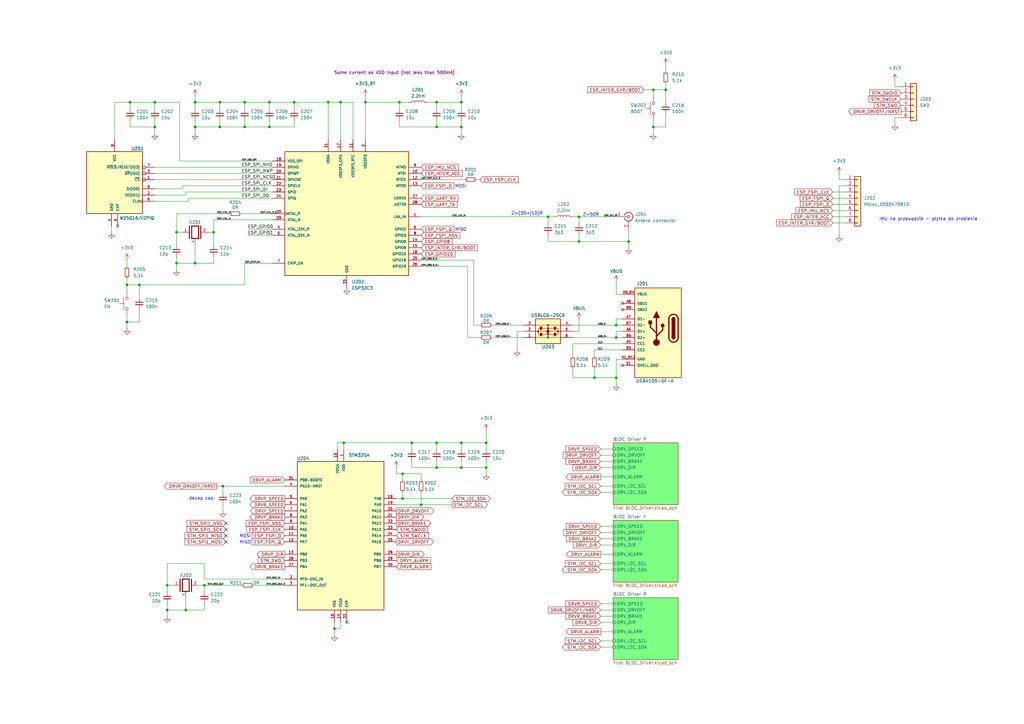
<source format=kicad_sch>
(kicad_sch (version 20231120) (generator "eeschema") (generator_version "8.0")
  (paper "A3")
  (title_block (title " SynchGaze - Motor Control") (date "2024-09-21") (rev "1.0") (company "WM"))
  (junction (at 63.5 52.07))
  (junction (at 257.81 99.06))
  (junction (at 140.97 181.61))
  (junction (at 165.1 194.31))
  (junction (at 237.49 99.06))
  (junction (at 87.63 95.25))
  (junction (at 80.01 107.95))
  (junction (at 172.72 207.01))
  (junction (at 273.05 36.83))
  (junction (at 76.2 250.19))
  (junction (at 57.15 116.84))
  (junction (at 53.34 41.91))
  (junction (at 83.82 240.03))
  (junction (at 52.07 132.08))
  (junction (at 149.86 41.91))
  (junction (at 243.84 154.94))
  (junction (at 63.5 41.91))
  (junction (at 110.49 52.07))
  (junction (at 52.07 116.84))
  (junction (at 90.17 52.07))
  (junction (at 179.07 191.77))
  (junction (at 252.73 133.35))
  (junction (at 252.73 154.94))
  (junction (at 252.73 138.43))
  (junction (at 120.65 41.91))
  (junction (at 90.17 41.91))
  (junction (at 110.49 41.91))
  (junction (at 189.23 191.77))
  (junction (at 199.39 181.61))
  (junction (at 72.39 95.25))
  (junction (at 68.58 250.19))
  (junction (at 199.39 191.77))
  (junction (at 72.39 107.95))
  (junction (at 189.23 41.91))
  (junction (at 165.1 204.47))
  (junction (at 139.7 41.91))
  (junction (at 80.01 52.07))
  (junction (at 237.49 88.9))
  (junction (at 189.23 52.07))
  (junction (at 68.58 240.03))
  (junction (at 189.23 181.61))
  (junction (at 267.97 36.83))
  (junction (at 100.33 52.07))
  (junction (at 179.07 52.07))
  (junction (at 179.07 181.61))
  (junction (at 100.33 41.91))
  (junction (at 80.01 41.91))
  (junction (at 91.44 199.39))
  (junction (at 179.07 41.91))
  (junction (at 168.91 181.61))
  (junction (at 163.83 41.91))
  (junction (at 224.79 88.9))
  (junction (at 137.16 257.81))
  (junction (at 267.97 52.07))
  (junction (at 134.62 41.91))
  (no_connect (at 92.71 214.63))
  (no_connect (at 255.27 124.46))
  (no_connect (at 92.71 217.17))
  (no_connect (at 92.71 219.71))
  (no_connect (at 92.71 222.25))
  (no_connect (at 48.26 92.71))
  (no_connect (at 255.27 149.86))
  (no_connect (at 255.27 127))
  (no_connect (at 142.24 255.27))
  (wire (pts (xy 87.63 90.17) (xy 87.63 95.25)))
  (wire (pts (xy 234.95 138.43) (xy 252.73 138.43)))
  (wire (pts (xy 68.58 240.03) (xy 71.12 240.03)))
  (wire (pts (xy 138.43 181.61) (xy 140.97 181.61)))
  (wire (pts (xy 149.86 39.37) (xy 149.86 41.91)))
  (wire (pts (xy 90.17 41.91) (xy 90.17 44.45)))
  (wire (pts (xy 234.95 140.97) (xy 255.27 140.97)))
  (wire (pts (xy 172.72 201.93) (xy 172.72 207.01)))
  (wire (pts (xy 168.91 181.61) (xy 168.91 184.15)))
  (wire (pts (xy 91.44 209.55) (xy 91.44 207.01)))
  (wire (pts (xy 165.1 194.31) (xy 165.1 196.85)))
  (wire (pts (xy 267.97 36.83) (xy 267.97 39.37)))
  (wire (pts (xy 63.5 68.58) (xy 111.76 68.58)))
  (wire (pts (xy 199.39 181.61) (xy 189.23 181.61)))
  (wire (pts (xy 100.33 52.07) (xy 110.49 52.07)))
  (wire (pts (xy 80.01 41.91) (xy 80.01 44.45)))
  (wire (pts (xy 63.5 41.91) (xy 53.34 41.91)))
  (wire (pts (xy 179.07 41.91) (xy 179.07 44.45)))
  (wire (pts (xy 172.72 207.01) (xy 185.42 207.01)))
  (wire (pts (xy 165.1 204.47) (xy 185.42 204.47)))
  (wire (pts (xy 100.33 107.95) (xy 111.76 107.95)))
  (wire (pts (xy 234.95 154.94) (xy 243.84 154.94)))
  (wire (pts (xy 68.58 250.19) (xy 76.2 250.19)))
  (wire (pts (xy 120.65 44.45) (xy 120.65 41.91)))
  (wire (pts (xy 144.78 57.15) (xy 144.78 41.91)))
  (wire (pts (xy 246.38 255.27) (xy 251.46 255.27)))
  (wire (pts (xy 140.97 181.61) (xy 168.91 181.61)))
  (wire (pts (xy 234.95 151.13) (xy 234.95 154.94)))
  (wire (pts (xy 72.39 105.41) (xy 72.39 107.95)))
  (wire (pts (xy 73.66 66.04) (xy 111.76 66.04)))
  (wire (pts (xy 224.79 88.9) (xy 227.33 88.9)))
  (wire (pts (xy 252.73 138.43) (xy 255.27 138.43)))
  (wire (pts (xy 172.72 106.68) (xy 194.31 106.68)))
  (wire (pts (xy 252.73 147.32) (xy 252.73 154.94)))
  (wire (pts (xy 144.78 41.91) (xy 139.7 41.91)))
  (wire (pts (xy 252.73 135.89) (xy 252.73 138.43)))
  (wire (pts (xy 234.95 135.89) (xy 237.49 135.89)))
  (wire (pts (xy 179.07 181.61) (xy 168.91 181.61)))
  (wire (pts (xy 63.5 41.91) (xy 63.5 44.45)))
  (wire (pts (xy 72.39 107.95) (xy 80.01 107.95)))
  (wire (pts (xy 246.38 215.9) (xy 251.46 215.9)))
  (wire (pts (xy 137.16 257.81) (xy 137.16 255.27)))
  (wire (pts (xy 267.97 54.61) (xy 267.97 52.07)))
  (wire (pts (xy 138.43 184.15) (xy 138.43 181.61)))
  (wire (pts (xy 87.63 107.95) (xy 87.63 105.41)))
  (wire (pts (xy 168.91 191.77) (xy 179.07 191.77)))
  (wire (pts (xy 163.83 41.91) (xy 163.83 44.45)))
  (wire (pts (xy 80.01 107.95) (xy 87.63 107.95)))
  (wire (pts (xy 120.65 49.53) (xy 120.65 52.07)))
  (wire (pts (xy 100.33 49.53) (xy 100.33 52.07)))
  (wire (pts (xy 45.72 95.25) (xy 45.72 92.71)))
  (wire (pts (xy 162.56 191.77) (xy 162.56 194.31)))
  (wire (pts (xy 83.82 240.03) (xy 99.06 240.03)))
  (wire (pts (xy 273.05 52.07) (xy 267.97 52.07)))
  (wire (pts (xy 116.84 237.49) (xy 83.82 237.49)))
  (wire (pts (xy 246.38 252.73) (xy 251.46 252.73)))
  (wire (pts (xy 212.09 135.89) (xy 214.63 135.89)))
  (wire (pts (xy 257.81 93.98) (xy 257.81 99.06)))
  (wire (pts (xy 165.1 204.47) (xy 162.56 204.47)))
  (wire (pts (xy 53.34 52.07) (xy 63.5 52.07)))
  (wire (pts (xy 246.38 265.43) (xy 251.46 265.43)))
  (wire (pts (xy 252.73 133.35) (xy 255.27 133.35)))
  (wire (pts (xy 234.95 88.9) (xy 237.49 88.9)))
  (wire (pts (xy 57.15 132.08) (xy 52.07 132.08)))
  (wire (pts (xy 243.84 154.94) (xy 252.73 154.94)))
  (wire (pts (xy 80.01 100.33) (xy 80.01 107.95)))
  (wire (pts (xy 80.01 54.61) (xy 80.01 52.07)))
  (wire (pts (xy 76.2 250.19) (xy 83.82 250.19)))
  (wire (pts (xy 63.5 77.47) (xy 74.93 77.47)))
  (wire (pts (xy 99.06 87.63) (xy 111.76 87.63)))
  (wire (pts (xy 81.28 240.03) (xy 83.82 240.03)))
  (wire (pts (xy 189.23 191.77) (xy 199.39 191.77)))
  (wire (pts (xy 341.63 91.44) (xy 346.71 91.44)))
  (wire (pts (xy 87.63 95.25) (xy 87.63 100.33)))
  (wire (pts (xy 73.66 41.91) (xy 63.5 41.91)))
  (wire (pts (xy 267.97 36.83) (xy 273.05 36.83)))
  (wire (pts (xy 52.07 106.68) (xy 52.07 109.22)))
  (wire (pts (xy 57.15 116.84) (xy 57.15 121.92)))
  (wire (pts (xy 252.73 115.57) (xy 252.73 120.65)))
  (wire (pts (xy 246.38 220.98) (xy 251.46 220.98)))
  (wire (pts (xy 91.44 199.39) (xy 91.44 201.93)))
  (wire (pts (xy 201.93 138.43) (xy 214.63 138.43)))
  (wire (pts (xy 74.93 77.47) (xy 74.93 76.2)))
  (wire (pts (xy 189.23 189.23) (xy 189.23 191.77)))
  (wire (pts (xy 63.5 73.66) (xy 111.76 73.66)))
  (wire (pts (xy 201.93 133.35) (xy 214.63 133.35)))
  (wire (pts (xy 367.03 48.26) (xy 367.03 50.8)))
  (wire (pts (xy 163.83 49.53) (xy 163.83 52.07)))
  (wire (pts (xy 237.49 88.9) (xy 252.73 88.9)))
  (wire (pts (xy 367.03 35.56) (xy 367.03 33.02)))
  (wire (pts (xy 139.7 257.81) (xy 137.16 257.81)))
  (wire (pts (xy 246.38 259.08) (xy 251.46 259.08)))
  (wire (pts (xy 369.57 48.26) (xy 367.03 48.26)))
  (wire (pts (xy 212.09 143.51) (xy 212.09 135.89)))
  (wire (pts (xy 83.82 231.14) (xy 68.58 231.14)))
  (wire (pts (xy 341.63 78.74) (xy 346.71 78.74)))
  (wire (pts (xy 179.07 184.15) (xy 179.07 181.61)))
  (wire (pts (xy 246.38 195.58) (xy 251.46 195.58)))
  (wire (pts (xy 344.17 73.66) (xy 344.17 71.12)))
  (wire (pts (xy 237.49 130.81) (xy 237.49 135.89)))
  (wire (pts (xy 255.27 135.89) (xy 252.73 135.89)))
  (wire (pts (xy 246.38 250.19) (xy 251.46 250.19)))
  (wire (pts (xy 104.14 240.03) (xy 116.84 240.03)))
  (wire (pts (xy 224.79 99.06) (xy 237.49 99.06)))
  (wire (pts (xy 163.83 41.91) (xy 167.64 41.91)))
  (wire (pts (xy 68.58 247.65) (xy 68.58 250.19)))
  (wire (pts (xy 255.27 147.32) (xy 252.73 147.32)))
  (wire (pts (xy 76.2 78.74) (xy 111.76 78.74)))
  (wire (pts (xy 80.01 52.07) (xy 90.17 52.07)))
  (wire (pts (xy 76.2 80.01) (xy 76.2 78.74)))
  (wire (pts (xy 83.82 237.49) (xy 83.82 231.14)))
  (wire (pts (xy 273.05 34.29) (xy 273.05 36.83)))
  (wire (pts (xy 134.62 41.91) (xy 134.62 57.15)))
  (wire (pts (xy 110.49 49.53) (xy 110.49 52.07)))
  (wire (pts (xy 53.34 49.53) (xy 53.34 52.07)))
  (wire (pts (xy 189.23 181.61) (xy 179.07 181.61)))
  (wire (pts (xy 100.33 116.84) (xy 57.15 116.84)))
  (wire (pts (xy 172.72 196.85) (xy 172.72 194.31)))
  (wire (pts (xy 195.58 73.66) (xy 196.85 73.66)))
  (wire (pts (xy 264.16 36.83) (xy 267.97 36.83)))
  (wire (pts (xy 224.79 96.52) (xy 224.79 99.06)))
  (wire (pts (xy 189.23 52.07) (xy 189.23 54.61)))
  (wire (pts (xy 52.07 134.62) (xy 52.07 132.08)))
  (wire (pts (xy 369.57 35.56) (xy 367.03 35.56)))
  (wire (pts (xy 83.82 240.03) (xy 83.82 242.57)))
  (wire (pts (xy 246.38 218.44) (xy 251.46 218.44)))
  (wire (pts (xy 110.49 41.91) (xy 120.65 41.91)))
  (wire (pts (xy 72.39 95.25) (xy 72.39 100.33)))
  (wire (pts (xy 252.73 120.65) (xy 255.27 120.65)))
  (wire (pts (xy 46.99 41.91) (xy 46.99 57.15)))
  (wire (pts (xy 87.63 90.17) (xy 111.76 90.17)))
  (wire (pts (xy 179.07 52.07) (xy 189.23 52.07)))
  (wire (pts (xy 246.38 223.52) (xy 251.46 223.52)))
  (wire (pts (xy 243.84 143.51) (xy 243.84 146.05)))
  (wire (pts (xy 234.95 133.35) (xy 252.73 133.35)))
  (wire (pts (xy 255.27 130.81) (xy 252.73 130.81)))
  (wire (pts (xy 246.38 247.65) (xy 251.46 247.65)))
  (wire (pts (xy 257.81 99.06) (xy 257.81 101.6)))
  (wire (pts (xy 149.86 57.15) (xy 149.86 41.91)))
  (wire (pts (xy 172.72 194.31) (xy 165.1 194.31)))
  (wire (pts (xy 139.7 41.91) (xy 139.7 57.15)))
  (wire (pts (xy 252.73 130.81) (xy 252.73 133.35)))
  (wire (pts (xy 88.9 199.39) (xy 91.44 199.39)))
  (wire (pts (xy 189.23 44.45) (xy 189.23 41.91)))
  (wire (pts (xy 110.49 41.91) (xy 110.49 44.45)))
  (wire (pts (xy 172.72 88.9) (xy 224.79 88.9)))
  (wire (pts (xy 224.79 91.44) (xy 224.79 88.9)))
  (wire (pts (xy 234.95 140.97) (xy 234.95 146.05)))
  (wire (pts (xy 246.38 231.14) (xy 251.46 231.14)))
  (wire (pts (xy 80.01 52.07) (xy 80.01 49.53)))
  (wire (pts (xy 77.47 81.28) (xy 111.76 81.28)))
  (wire (pts (xy 149.86 41.91) (xy 163.83 41.91)))
  (wire (pts (xy 72.39 87.63) (xy 93.98 87.63)))
  (wire (pts (xy 68.58 242.57) (xy 68.58 240.03)))
  (wire (pts (xy 175.26 41.91) (xy 179.07 41.91)))
  (wire (pts (xy 172.72 73.66) (xy 190.5 73.66)))
  (wire (pts (xy 189.23 39.37) (xy 189.23 41.91)))
  (wire (pts (xy 90.17 49.53) (xy 90.17 52.07)))
  (wire (pts (xy 139.7 41.91) (xy 134.62 41.91)))
  (wire (pts (xy 110.49 52.07) (xy 120.65 52.07)))
  (wire (pts (xy 68.58 231.14) (xy 68.58 240.03)))
  (wire (pts (xy 191.77 109.22) (xy 191.77 138.43)))
  (wire (pts (xy 68.58 252.73) (xy 68.58 250.19)))
  (wire (pts (xy 53.34 41.91) (xy 53.34 44.45)))
  (wire (pts (xy 246.38 227.33) (xy 251.46 227.33)))
  (wire (pts (xy 246.38 262.89) (xy 251.46 262.89)))
  (wire (pts (xy 100.33 41.91) (xy 110.49 41.91)))
  (wire (pts (xy 168.91 191.77) (xy 168.91 189.23)))
  (wire (pts (xy 63.5 52.07) (xy 63.5 49.53)))
  (wire (pts (xy 63.5 71.12) (xy 111.76 71.12)))
  (wire (pts (xy 252.73 154.94) (xy 252.73 157.48)))
  (wire (pts (xy 344.17 76.2) (xy 344.17 96.52)))
  (wire (pts (xy 199.39 176.53) (xy 199.39 181.61)))
  (wire (pts (xy 346.71 73.66) (xy 344.17 73.66)))
  (wire (pts (xy 63.5 82.55) (xy 77.47 82.55)))
  (wire (pts (xy 341.63 88.9) (xy 346.71 88.9)))
  (wire (pts (xy 165.1 201.93) (xy 165.1 204.47)))
  (wire (pts (xy 179.07 49.53) (xy 179.07 52.07)))
  (wire (pts (xy 189.23 181.61) (xy 189.23 184.15)))
  (wire (pts (xy 137.16 260.35) (xy 137.16 257.81)))
  (wire (pts (xy 85.09 95.25) (xy 87.63 95.25)))
  (wire (pts (xy 346.71 76.2) (xy 344.17 76.2)))
  (wire (pts (xy 246.38 191.77) (xy 251.46 191.77)))
  (wire (pts (xy 53.34 41.91) (xy 46.99 41.91)))
  (wire (pts (xy 237.49 88.9) (xy 237.49 91.44)))
  (wire (pts (xy 246.38 184.15) (xy 251.46 184.15)))
  (wire (pts (xy 246.38 186.69) (xy 251.46 186.69)))
  (wire (pts (xy 73.66 66.04) (xy 73.66 41.91)))
  (wire (pts (xy 243.84 151.13) (xy 243.84 154.94)))
  (wire (pts (xy 83.82 250.19) (xy 83.82 247.65)))
  (wire (pts (xy 101.6 96.52) (xy 111.76 96.52)))
  (wire (pts (xy 172.72 207.01) (xy 162.56 207.01)))
  (wire (pts (xy 199.39 184.15) (xy 199.39 181.61)))
  (wire (pts (xy 77.47 82.55) (xy 77.47 81.28)))
  (wire (pts (xy 273.05 46.99) (xy 273.05 52.07)))
  (wire (pts (xy 74.93 95.25) (xy 72.39 95.25)))
  (wire (pts (xy 246.38 199.39) (xy 251.46 199.39)))
  (wire (pts (xy 140.97 184.15) (xy 140.97 181.61)))
  (wire (pts (xy 101.6 93.98) (xy 111.76 93.98)))
  (wire (pts (xy 194.31 133.35) (xy 196.85 133.35)))
  (wire (pts (xy 100.33 107.95) (xy 100.33 116.84)))
  (wire (pts (xy 90.17 52.07) (xy 100.33 52.07)))
  (wire (pts (xy 194.31 106.68) (xy 194.31 133.35)))
  (wire (pts (xy 273.05 36.83) (xy 273.05 41.91)))
  (wire (pts (xy 237.49 99.06) (xy 257.81 99.06)))
  (wire (pts (xy 199.39 194.31) (xy 199.39 191.77)))
  (wire (pts (xy 100.33 41.91) (xy 100.33 44.45)))
  (wire (pts (xy 243.84 143.51) (xy 255.27 143.51)))
  (wire (pts (xy 191.77 138.43) (xy 196.85 138.43)))
  (wire (pts (xy 63.5 80.01) (xy 76.2 80.01)))
  (wire (pts (xy 52.07 132.08) (xy 52.07 129.54)))
  (wire (pts (xy 341.63 86.36) (xy 346.71 86.36)))
  (wire (pts (xy 63.5 52.07) (xy 63.5 54.61)))
  (wire (pts (xy 163.83 52.07) (xy 179.07 52.07)))
  (wire (pts (xy 80.01 41.91) (xy 90.17 41.91)))
  (wire (pts (xy 52.07 116.84) (xy 57.15 116.84)))
  (wire (pts (xy 72.39 87.63) (xy 72.39 95.25)))
  (wire (pts (xy 72.39 107.95) (xy 72.39 110.49)))
  (wire (pts (xy 246.38 233.68) (xy 251.46 233.68)))
  (wire (pts (xy 267.97 52.07) (xy 267.97 49.53)))
  (wire (pts (xy 76.2 245.11) (xy 76.2 250.19)))
  (wire (pts (xy 341.63 83.82) (xy 346.71 83.82)))
  (wire (pts (xy 341.63 81.28) (xy 346.71 81.28)))
  (wire (pts (xy 74.93 76.2) (xy 111.76 76.2)))
  (wire (pts (xy 246.38 189.23) (xy 251.46 189.23)))
  (wire (pts (xy 179.07 189.23) (xy 179.07 191.77)))
  (wire (pts (xy 273.05 26.67) (xy 273.05 29.21)))
  (wire (pts (xy 237.49 96.52) (xy 237.49 99.06)))
  (wire (pts (xy 134.62 41.91) (xy 120.65 41.91)))
  (wire (pts (xy 139.7 255.27) (xy 139.7 257.81)))
  (wire (pts (xy 52.07 114.3) (xy 52.07 116.84)))
  (wire (pts (xy 52.07 116.84) (xy 52.07 119.38)))
  (wire (pts (xy 90.17 41.91) (xy 100.33 41.91)))
  (wire (pts (xy 179.07 191.77) (xy 189.23 191.77)))
  (wire (pts (xy 91.44 199.39) (xy 116.84 199.39)))
  (wire (pts (xy 57.15 127) (xy 57.15 132.08)))
  (wire (pts (xy 189.23 52.07) (xy 189.23 49.53)))
  (wire (pts (xy 80.01 39.37) (xy 80.01 41.91)))
  (wire (pts (xy 199.39 189.23) (xy 199.39 191.77)))
  (wire (pts (xy 246.38 201.93) (xy 251.46 201.93)))
  (wire (pts (xy 162.56 194.31) (xy 165.1 194.31)))
  (wire (pts (xy 172.72 109.22) (xy 191.77 109.22)))
  (wire (pts (xy 189.23 41.91) (xy 179.07 41.91)))
  (text "MOSI" (at 188.976 76.454 0) (effects (font (size 1.27 1.27))))
  (text "Z=(35+j10)R" (at 216.154 87.63 0) (effects (font (size 1.27 1.27))))
  (text "decap cap" (at 82.55 204.47 0) (effects (font (size 1.27 1.27))))
  (text "MOSI" (at 100.584 219.964 0) (effects (font (size 1.27 1.27))))
  (text "IMU na przewodzie - płytka do zrobienia" (at 380.746 89.916 0) (effects (font (size 1.27 1.27))))
  (text "Z=50R" (at 242.316 88.138 0) (effects (font (size 1.27 1.27))))
  (text "MISO" (at 188.976 94.234 0) (effects (font (size 1.27 1.27))))
  (text "MISO" (at 100.584 222.504 0) (effects (font (size 1.27 1.27))))
  (label "ESP_LNA_IN" (at 185.42 88.9 0) (effects (font (size 0.635 0.635))) (property "Odnośniki arkuszy" "${INTERSHEET_REFS}" (effects (hide yes))))
  (label "ESP_ANT_RF" (at 247.65 88.9 0) (effects (font (size 0.635 0.635))) (property "Odnośniki arkuszy" "${INTERSHEET_REFS}" (effects (hide yes))))
  (label "ESP_CHIP_EN" (at 100.33 107.95 0) (effects (font (size 0.635 0.635))) (property "Odnośniki arkuszy" "${INTERSHEET_REFS}" (effects (hide yes))))
  (label "ESP_FSPI_CLK_R" (at 172.72 73.66 0) (effects (font (size 0.635 0.635))) (property "Odnośniki arkuszy" "${INTERSHEET_REFS}" (effects (hide yes))))
  (label "STM_OSC_OUT" (at 85.09 240.03 0) (effects (font (size 0.635 0.635))) (property "Odnośniki arkuszy" "${INTERSHEET_REFS}" (effects (hide yes))))
  (label "USB_D-" (at 245.11 133.35 0) (effects (font (size 0.635 0.635))) (property "Odnośniki arkuszy" "${INTERSHEET_REFS}" (effects (hide yes))))
  (label "ESP_SPI_DI" (at 99.06 78.74 0) (property "Odnośniki arkuszy" "${INTERSHEET_REFS}" (effects (hide yes))))
  (label "CC2" (at 245.11 140.97 0) (effects (font (size 0.635 0.635))) (property "Odnośniki arkuszy" "${INTERSHEET_REFS}" (effects (hide yes))))
  (label "ESP_USB_D-" (at 203.2 133.35 0) (effects (font (size 0.635 0.635))) (property "Odnośniki arkuszy" "${INTERSHEET_REFS}" (effects (hide yes))))
  (label "STM_OSC_OUT_R" (at 109.22 240.03 0) (effects (font (size 0.635 0.635))) (property "Odnośniki arkuszy" "${INTERSHEET_REFS}" (effects (hide yes))))
  (label "ESP_USB_R_D+" (at 172.72 109.22 0) (effects (font (size 0.635 0.635))) (property "Odnośniki arkuszy" "${INTERSHEET_REFS}" (effects (hide yes))))
  (label "ESP_XTAL_N" (at 88.9 90.17 0) (effects (font (size 0.635 0.635))) (property "Odnośniki arkuszy" "${INTERSHEET_REFS}" (effects (hide yes))))
  (label "USB_D+" (at 245.11 138.43 0) (effects (font (size 0.635 0.635))) (property "Odnośniki arkuszy" "${INTERSHEET_REFS}" (effects (hide yes))))
  (label "ESP_XTAL_P_R" (at 106.68 87.63 0) (effects (font (size 0.635 0.635))) (property "Odnośniki arkuszy" "${INTERSHEET_REFS}" (effects (hide yes))))
  (label "ESP_USB_R_D-" (at 172.72 106.68 0) (effects (font (size 0.635 0.635))) (property "Odnośniki arkuszy" "${INTERSHEET_REFS}" (effects (hide yes))))
  (label "STM_OSC_IN" (at 109.22 237.49 0) (effects (font (size 0.635 0.635))) (property "Odnośniki arkuszy" "${INTERSHEET_REFS}" (effects (hide yes))))
  (label "ESP_SPI_NWP" (at 99.06 71.12 0) (property "Odnośniki arkuszy" "${INTERSHEET_REFS}" (effects (hide yes))))
  (label "ESP_SPI_NHD" (at 99.06 68.58 0) (property "Odnośniki arkuszy" "${INTERSHEET_REFS}" (effects (hide yes))))
  (label "ESP_SPI_DO" (at 99.06 81.28 0) (property "Odnośniki arkuszy" "${INTERSHEET_REFS}" (effects (hide yes))))
  (label "ESP_XTAL_P" (at 88.9 87.63 0) (effects (font (size 0.635 0.635))) (property "Odnośniki arkuszy" "${INTERSHEET_REFS}" (effects (hide yes))))
  (label "ESP_VDD_SPI" (at 99.06 66.04 0) (effects (font (size 0.635 0.635))) (property "Odnośniki arkuszy" "${INTERSHEET_REFS}" (effects (hide yes))))
  (label "ESP_SPI_NCS0" (at 99.06 73.66 0) (property "Odnośniki arkuszy" "${INTERSHEET_REFS}" (effects (hide yes))))
  (label "ESP_SPI_CLK" (at 99.06 76.2 0) (property "Odnośniki arkuszy" "${INTERSHEET_REFS}" (effects (hide yes))))
  (label "ESP_GPIO0" (at 101.6 93.98 0) (property "Odnośniki arkuszy" "${INTERSHEET_REFS}" (effects (hide yes))))
  (label "ESP_USB_D+" (at 203.2 138.43 0) (effects (font (size 0.635 0.635))) (property "Odnośniki arkuszy" "${INTERSHEET_REFS}" (effects (hide yes))))
  (label "CC1" (at 245.11 143.51 0) (effects (font (size 0.635 0.635))) (property "Odnośniki arkuszy" "${INTERSHEET_REFS}" (effects (hide yes))))
  (label "ESP_GPIO1" (at 101.6 96.52 0) (property "Odnośniki arkuszy" "${INTERSHEET_REFS}" (effects (hide yes))))
  (global_label "DRVR_SPEED" (shape input) (at 246.38 247.65 180) (property "Intersheetrefs" "${INTERSHEET_REFS}" (effects (hide yes))))
  (global_label "ESP_FSPI_D" (shape input) (at 341.63 83.82 180) (property "Intersheetrefs" "${INTERSHEET_REFS}" (effects (hide yes))))
  (global_label "ESP_IMU_NCS" (shape input) (at 341.63 86.36 180) (property "Intersheetrefs" "${INTERSHEET_REFS}" (effects (hide yes))))
  (global_label "DRVY_DRVOFF" (shape output) (at 162.56 222.25 0) (property "Intersheetrefs" "${INTERSHEET_REFS}" (effects (hide yes))))
  (global_label "DRVY_SPEED" (shape output) (at 116.84 209.55 180) (property "Intersheetrefs" "${INTERSHEET_REFS}" (effects (hide yes))))
  (global_label "DRVR_ALARM" (shape output) (at 246.38 259.08 180) (property "Intersheetrefs" "${INTERSHEET_REFS}" (effects (hide yes))))
  (global_label "STM_I2C_SDA" (shape bidirectional) (at 246.38 233.68 180) (property "Intersheetrefs" "${INTERSHEET_REFS}" (effects (hide yes))))
  (global_label "DRVP_DRVOFF" (shape output) (at 162.56 209.55 0) (property "Intersheetrefs" "${INTERSHEET_REFS}" (effects (hide yes))))
  (global_label "STM_SWDIO" (shape input) (at 369.57 38.1 180) (property "Intersheetrefs" "${INTERSHEET_REFS}" (effects (hide yes))))
  (global_label "DRVP_DIR" (shape input) (at 246.38 191.77 180) (property "Intersheetrefs" "${INTERSHEET_REFS}" (effects (hide yes))))
  (global_label "ESP_FSPI_Q" (shape input) (at 116.84 222.25 180) (property "Intersheetrefs" "${INTERSHEET_REFS}" (effects (hide yes))))
  (global_label "ESP_IMU_NCS" (shape input) (at 172.72 68.58 0) (property "Intersheetrefs" "${INTERSHEET_REFS}" (effects (hide yes))))
  (global_label "ESP_INTER_ACC" (shape input) (at 341.63 88.9 180) (property "Intersheetrefs" "${INTERSHEET_REFS}" (effects (hide yes))))
  (global_label "DRVY_DRVOFF" (shape input) (at 246.38 218.44 180) (property "Intersheetrefs" "${INTERSHEET_REFS}" (effects (hide yes))))
  (global_label "DRVY_ALARM" (shape input) (at 162.56 229.87 0) (property "Intersheetrefs" "${INTERSHEET_REFS}" (effects (hide yes))))
  (global_label "ESP_FSPI_CLK" (shape input) (at 341.63 78.74 180) (property "Intersheetrefs" "${INTERSHEET_REFS}" (effects (hide yes))))
  (global_label "ESP_FSPI_CLK" (shape input) (at 116.84 217.17 180) (property "Intersheetrefs" "${INTERSHEET_REFS}" (effects (hide yes))))
  (global_label "STM_SWDIO" (shape input) (at 162.56 217.17 0) (property "Intersheetrefs" "${INTERSHEET_REFS}" (effects (hide yes))))
  (global_label "DRVP_ALARM" (shape output) (at 246.38 195.58 180) (property "Intersheetrefs" "${INTERSHEET_REFS}" (effects (hide yes))))
  (global_label "STM_I2C_SDA" (shape bidirectional) (at 185.42 204.47 0) (property "Intersheetrefs" "${INTERSHEET_REFS}" (effects (hide yes))))
  (global_label "ESP_INTER_ACC" (shape input) (at 172.72 71.12 0) (property "Intersheetrefs" "${INTERSHEET_REFS}" (effects (hide yes))))
  (global_label "DRVR_SPEED" (shape output) (at 116.84 207.01 180) (property "Intersheetrefs" "${INTERSHEET_REFS}" (effects (hide yes))))
  (global_label "ESP_INTER_GYR{slash}BOOT" (shape input) (at 264.16 36.83 180) (property "Intersheetrefs" "${INTERSHEET_REFS}" (effects (hide yes))))
  (global_label "DRVP_BRAKE" (shape output) (at 116.84 212.09 180) (property "Intersheetrefs" "${INTERSHEET_REFS}" (effects (hide yes))))
  (global_label "DRVP_BRAKE" (shape input) (at 246.38 189.23 180) (property "Intersheetrefs" "${INTERSHEET_REFS}" (effects (hide yes))))
  (global_label "STM_I2C_SDA" (shape bidirectional) (at 246.38 265.43 180) (property "Intersheetrefs" "${INTERSHEET_REFS}" (effects (hide yes))))
  (global_label "DRVP_SPEED" (shape input) (at 246.38 184.15 180) (property "Intersheetrefs" "${INTERSHEET_REFS}" (effects (hide yes))))
  (global_label "DRVY_DIR" (shape output) (at 162.56 212.09 0) (property "Intersheetrefs" "${INTERSHEET_REFS}" (effects (hide yes))))
  (global_label "ESP_UART_RX" (shape input) (at 172.72 81.28 0) (property "Intersheetrefs" "${INTERSHEET_REFS}" (effects (hide yes))))
  (global_label "DRVR_DRVOFF{slash}NRST" (shape output) (at 88.9 199.39 180) (property "Intersheetrefs" "${INTERSHEET_REFS}" (effects (hide yes))))
  (global_label "DRVY_BRAKE" (shape output) (at 162.56 214.63 0) (property "Intersheetrefs" "${INTERSHEET_REFS}" (effects (hide yes))))
  (global_label "STM_SWO" (shape input) (at 369.57 43.18 180) (property "Intersheetrefs" "${INTERSHEET_REFS}" (effects (hide yes))))
  (global_label "STM_SPI1_MOSI" (shape input) (at 92.71 222.25 180) (property "Intersheetrefs" "${INTERSHEET_REFS}" (effects (hide yes))))
  (global_label "STM_SWCLK" (shape input) (at 162.56 219.71 0) (property "Intersheetrefs" "${INTERSHEET_REFS}" (effects (hide yes))))
  (global_label "DRVR_BRAKE" (shape output) (at 116.84 232.41 180) (property "Intersheetrefs" "${INTERSHEET_REFS}" (effects (hide yes))))
  (global_label "ESP_FSPI_NSS" (shape input) (at 116.84 214.63 180) (property "Intersheetrefs" "${INTERSHEET_REFS}" (effects (hide yes))))
  (global_label "ESP_FSPI_CLK" (shape input) (at 196.85 73.66 0) (property "Intersheetrefs" "${INTERSHEET_REFS}" (effects (hide yes))))
  (global_label "STM_I2C_SCL" (shape input) (at 246.38 199.39 180) (property "Intersheetrefs" "${INTERSHEET_REFS}" (effects (hide yes))))
  (global_label "DRVR_ALARM" (shape input) (at 162.56 232.41 0) (property "Intersheetrefs" "${INTERSHEET_REFS}" (effects (hide yes))))
  (global_label "ESP_UART_TX" (shape input) (at 172.72 83.82 0) (property "Intersheetrefs" "${INTERSHEET_REFS}" (effects (hide yes))))
  (global_label "DRVR_DIR" (shape output) (at 162.56 227.33 0) (property "Intersheetrefs" "${INTERSHEET_REFS}" (effects (hide yes))))
  (global_label "DRVR_BRAKE" (shape input) (at 246.38 252.73 180) (property "Intersheetrefs" "${INTERSHEET_REFS}" (effects (hide yes))))
  (global_label "ESP_GPIO8" (shape input) (at 172.72 99.06 0) (property "Intersheetrefs" "${INTERSHEET_REFS}" (effects (hide yes))))
  (global_label "DRVR_DIR" (shape input) (at 246.38 255.27 180) (property "Intersheetrefs" "${INTERSHEET_REFS}" (effects (hide yes))))
  (global_label "ESP_INTER_GYR{slash}BOOT" (shape input) (at 172.72 101.6 0) (property "Intersheetrefs" "${INTERSHEET_REFS}" (effects (hide yes))))
  (global_label "DRVY_BRAKE" (shape input) (at 246.38 220.98 180) (property "Intersheetrefs" "${INTERSHEET_REFS}" (effects (hide yes))))
  (global_label "DRVR_DRVOFF{slash}NRST" (shape output) (at 369.57 45.72 180) (property "Intersheetrefs" "${INTERSHEET_REFS}" (effects (hide yes))))
  (global_label "STM_I2C_SCL" (shape input) (at 246.38 262.89 180) (property "Intersheetrefs" "${INTERSHEET_REFS}" (effects (hide yes))))
  (global_label "STM_I2C_SDA" (shape bidirectional) (at 246.38 201.93 180) (property "Intersheetrefs" "${INTERSHEET_REFS}" (effects (hide yes))))
  (global_label "DRVP_ALARM" (shape input) (at 116.84 196.85 180) (property "Intersheetrefs" "${INTERSHEET_REFS}" (effects (hide yes))))
  (global_label "DRVP_SPEED" (shape output) (at 116.84 204.47 180) (property "Intersheetrefs" "${INTERSHEET_REFS}" (effects (hide yes))))
  (global_label "ESP_FSPI_D" (shape input) (at 116.84 219.71 180) (property "Intersheetrefs" "${INTERSHEET_REFS}" (effects (hide yes))))
  (global_label "DRVY_SPEED" (shape input) (at 246.38 215.9 180) (property "Intersheetrefs" "${INTERSHEET_REFS}" (effects (hide yes))))
  (global_label "DRVP_DRVOFF" (shape input) (at 246.38 186.69 180) (property "Intersheetrefs" "${INTERSHEET_REFS}" (effects (hide yes))))
  (global_label "ESP_FSPI_Q" (shape input) (at 341.63 81.28 180) (property "Intersheetrefs" "${INTERSHEET_REFS}" (effects (hide yes))))
  (global_label "DRVP_DIR" (shape output) (at 116.84 227.33 180) (property "Intersheetrefs" "${INTERSHEET_REFS}" (effects (hide yes))))
  (global_label "ESP_GPIO10" (shape input) (at 172.72 104.14 0) (property "Intersheetrefs" "${INTERSHEET_REFS}" (effects (hide yes))))
  (global_label "ESP_INTER_GYR{slash}BOOT" (shape input) (at 341.63 91.44 180) (property "Intersheetrefs" "${INTERSHEET_REFS}" (effects (hide yes))))
  (global_label "STM_I2C_SCL" (shape output) (at 185.42 207.01 0) (property "Intersheetrefs" "${INTERSHEET_REFS}" (effects (hide yes))))
  (global_label "STM_SPI1_MISO" (shape input) (at 92.71 219.71 180) (property "Intersheetrefs" "${INTERSHEET_REFS}" (effects (hide yes))))
  (global_label "STM_SWCLK" (shape input) (at 369.57 40.64 180) (property "Intersheetrefs" "${INTERSHEET_REFS}" (effects (hide yes))))
  (global_label "STM_I2C_SCL" (shape input) (at 246.38 231.14 180) (property "Intersheetrefs" "${INTERSHEET_REFS}" (effects (hide yes))))
  (global_label "ESP_FSPI_D" (shape input) (at 172.72 76.2 0) (property "Intersheetrefs" "${INTERSHEET_REFS}" (effects (hide yes))))
  (global_label "ESP_FSPI_Q" (shape input) (at 172.72 93.98 0) (property "Intersheetrefs" "${INTERSHEET_REFS}" (effects (hide yes))))
  (global_label "DRVR_DRVOFF{slash}NRST" (shape input) (at 246.38 250.19 180) (property "Intersheetrefs" "${INTERSHEET_REFS}" (effects (hide yes))))
  (global_label "DRVY_ALARM" (shape output) (at 246.38 227.33 180) (property "Intersheetrefs" "${INTERSHEET_REFS}" (effects (hide yes))))
  (global_label "STM_SPI1_NSS" (shape input) (at 92.71 214.63 180) (property "Intersheetrefs" "${INTERSHEET_REFS}" (effects (hide yes))))
  (global_label "STM_SWO" (shape input) (at 116.84 229.87 180) (property "Intersheetrefs" "${INTERSHEET_REFS}" (effects (hide yes))))
  (global_label "STM_SPI1_SCK" (shape input) (at 92.71 217.17 180) (property "Intersheetrefs" "${INTERSHEET_REFS}" (effects (hide yes))))
  (global_label "ESP_FSPI_NSS" (shape input) (at 172.72 96.52 0) (property "Intersheetrefs" "${INTERSHEET_REFS}" (effects (hide yes))))
  (global_label "DRVY_DIR" (shape input) (at 246.38 223.52 180) (property "Intersheetrefs" "${INTERSHEET_REFS}" (effects (hide yes))))
  (symbol (lib_id "Device:L") (at 171.45 41.91 90) (unit 1)
    (property "Reference" "L201" (at 171.45 36.83 90))
    (property "Value" "2.2nH" (at 171.45 39.37 90))
    (property "Footprint" "Inductor_SMD:L_0402_1005Metric" (effects (hide yes)))
    (property "Description" "Inductor" (effects (hide yes)))
    (property "INFO" "Same current as VDD input (not less than 500mA)" (at 161.798 29.718 90))
    (property "Manufacturer" "Murata Electronics" (effects (hide yes)))
    (property "Manufacturer Part Number" "LQG15HN2N2S02D" (effects (hide yes)))
    (property "Mouser" "https://www.mouser.pl/ProductDetail/Murata-Electronics/LQG15HN2N2S02D?qs=sGAEpiMZZMv126LJFLh8y5LVC3CNxI09USQ44%252Bay%2FYU%3D" (effects (hide yes)))
  )
  (symbol (lib_id "Device:C_Small") (at 189.23 186.69 0) (unit 1)
    (property "Reference" "C219" (at 191.77 185.4262 0) (effects (justify left)))
    (property "Value" "100n" (at 191.77 187.9662 0) (effects (justify left)))
    (property "Footprint" "Capacitor_SMD:C_0402_1005Metric" (effects (hide yes)))
    (property "Description" "Unpolarized capacitor, small symbol" (effects (hide yes)))
    (property "Mouser" "https://www.mouser.pl/ProductDetail/Samsung-Electro-Mechanics/CL05B104JO5NNNC?qs=X6jEic%2FHinBQuzCETW%2FVcw%3D%3D" (effects (hide yes)))
    (property "Manufacturer" "Samsung Electro-Mechanics" (effects (hide yes)))
    (property "Manufacturer Part Number" "CL05B104JO5NNNC" (effects (hide yes)))
  )
  (symbol (lib_id "Device:C_Small") (at 63.5 46.99 0) (unit 1)
    (property "Reference" "C202" (at 66.04 45.7262 0) (effects (justify left)))
    (property "Value" "10u" (at 66.04 48.2662 0) (effects (justify left)))
    (property "Footprint" "Capacitor_SMD:C_0402_1005Metric" (effects (hide yes)))
    (property "Description" "Unpolarized capacitor, small symbol" (effects (hide yes)))
    (property "Manufacturer" "Murata Electronics" (effects (hide yes)))
    (property "Manufacturer Part Number" "GRM155R61A106ME11J" (effects (hide yes)))
    (property "Mouser" "https://www.mouser.pl/ProductDetail/Murata-Electronics/GRM155R61A106ME11J?qs=xZ%2FP%252Ba9zWqYqQ%2Fc%2FSDBphQ%3D%3D" (effects (hide yes)))
  )
  (symbol (lib_id "power:GND") (at 45.72 95.25 0) (unit 1)
    (property "Reference" "#PWR0207" (effects (hide yes)))
    (property "Value" "GND" (effects (hide yes)))
    (property "Description" "Power symbol creates a global label with name \"GND\" , ground" (effects (hide yes)))
  )
  (symbol (lib_id "Device:R_Small") (at 52.07 111.76 180) (unit 1)
    (property "Reference" "R205" (at 54.61 110.4899 0) (effects (justify right)))
    (property "Value" "5.1k" (at 54.61 113.0299 0) (effects (justify right)))
    (property "Footprint" "Resistor_SMD:R_0402_1005Metric" (effects (hide yes)))
    (property "Description" "Resistor, small symbol" (effects (hide yes)))
    (property "Manufacturer" "YAGEO" (effects (hide yes)))
    (property "Manufacturer Part Number" "RT0402FRE075K1L" (effects (hide yes)))
    (property "Mouser" "https://www.mouser.pl/ProductDetail/YAGEO/RT0402FRE075K1L?qs=sGAEpiMZZMvdGkrng054t%252BSYh%252B1gqt956ckdaAkf6p8%3D" (effects (hide yes)))
  )
  (symbol (lib_id "power:GND") (at 72.39 110.49 0) (unit 1)
    (property "Reference" "#PWR0210" (effects (hide yes)))
    (property "Value" "GND" (effects (hide yes)))
    (property "Description" "Power symbol creates a global label with name \"GND\" , ground" (effects (hide yes)))
  )
  (symbol (lib_id "Device:C_Small") (at 100.33 46.99 0) (unit 1)
    (property "Reference" "C205" (at 102.87 45.7262 0) (effects (justify left)))
    (property "Value" "100n" (at 102.87 48.2662 0) (effects (justify left)))
    (property "Footprint" "Capacitor_SMD:C_0402_1005Metric" (effects (hide yes)))
    (property "Description" "Unpolarized capacitor, small symbol" (effects (hide yes)))
    (property "Manufacturer" "Samsung Electro-Mechanics" (effects (hide yes)))
    (property "Manufacturer Part Number" "CL05B104JO5NNNC" (effects (hide yes)))
    (property "Mouser" "https://www.mouser.pl/ProductDetail/Samsung-Electro-Mechanics/CL05B104JO5NNNC?qs=X6jEic%2FHinBQuzCETW%2FVcw%3D%3D" (effects (hide yes)))
  )
  (symbol (lib_id "Device:C_Small") (at 90.17 46.99 0) (unit 1)
    (property "Reference" "C204" (at 92.71 45.7262 0) (effects (justify left)))
    (property "Value" "100n" (at 92.71 48.2662 0) (effects (justify left)))
    (property "Footprint" "Capacitor_SMD:C_0402_1005Metric" (effects (hide yes)))
    (property "Description" "Unpolarized capacitor, small symbol" (effects (hide yes)))
    (property "Manufacturer" "Samsung Electro-Mechanics" (effects (hide yes)))
    (property "Manufacturer Part Number" "CL05B104JO5NNNC" (effects (hide yes)))
    (property "Mouser" "https://www.mouser.pl/ProductDetail/Samsung-Electro-Mechanics/CL05B104JO5NNNC?qs=X6jEic%2FHinBQuzCETW%2FVcw%3D%3D" (effects (hide yes)))
  )
  (symbol (lib_id "power:VBUS") (at 237.49 130.81 0) (unit 1)
    (property "Reference" "#PWR0213" (effects (hide yes)))
    (property "Value" "VBUS" (at 237.49 126.492 0))
    (property "Description" "Power symbol creates a global label with name \"VBUS\"" (effects (hide yes)))
  )
  (symbol (lib_id "ESP32C3:ESP32C3") (at 142.24 87.63 0) (unit 1)
    (property "Reference" "U202" (at 144.2594 115.57 0) (effects (justify left)))
    (property "Value" "ESP32C3" (at 144.2594 118.11 0) (effects (justify left)))
    (property "Footprint" "ESP32C3:QFN32_5X5MM_ESP32C3" (effects (hide yes)))
    (property "MF" "Espressif Systems" (effects (hide yes)))
    (property "Description_1" "\nWiFi Modules (802.11) (Engineering Samples Only) SMD IC ESP32-C3, RISC-V single-core MCU, 2.4G Wi-Fi & BLE 5.0 combo, QFN 32-pin, 5*5 mm, 40 ~ 105C\n" (effects (hide yes)))
    (property "Package" "VFQFN-32 Espressif Systems" (effects (hide yes)))
    (property "Price" "None" (effects (hide yes)))
    (property "SnapEDA_Link" "https://www.snapeda.com/parts/ESP32-C3/Espressif+Systems/view-part/?ref=snap" (effects (hide yes)))
    (property "MP" "ESP32-C3" (effects (hide yes)))
    (property "Availability" "In Stock" (effects (hide yes)))
    (property "Check_prices" "https://www.snapeda.com/parts/ESP32-C3/Espressif+Systems/view-part/?ref=eda" (effects (hide yes)))
    (property "Manufacturer" "Espressif Systems" (effects (hide yes)))
    (property "Manufacturer Part Number" "ESP32-C3" (effects (hide yes)))
    (property "Mouser" "https://www.mouser.pl/ProductDetail/Espressif-Systems/ESP32-C3?qs=iLbezkQI%252BsiMXe7tMG%252Bo%2FA%3D%3D" (effects (hide yes)))
  )
  (symbol (lib_id "USBLC6-2SC6:USBLC6-2SC6") (at 224.79 135.89 0) (mirror x) (unit 1)
    (property "Reference" "U203" (at 224.79 142.24 0))
    (property "Value" "USBLC6-2SC6" (at 224.79 129.286 0))
    (property "Footprint" "USBLC6-2SC6:SOT95P280X145-6N" (effects (hide yes)))
    (property "MF" "STMicroelectronics" (effects (hide yes)))
    (property "PURCHASE-URL" "https://pricing.snapeda.com/search/part/USBLC6-2SC6/?ref=eda" (effects (hide yes)))
    (property "PACKAGE" "SOT-23-6 STMicroelectronics" (effects (hide yes)))
    (property "PRICE" "None" (effects (hide yes)))
    (property "Package" "SOT-23-6 STMicroelectronics" (effects (hide yes)))
    (property "Check_prices" "https://www.snapeda.com/parts/USBLC6-2SC6/STMicroelectronics/view-part/?ref=eda" (effects (hide yes)))
    (property "Price" "None" (effects (hide yes)))
    (property "SnapEDA_Link" "https://www.snapeda.com/parts/USBLC6-2SC6/STMicroelectronics/view-part/?ref=snap" (effects (hide yes)))
    (property "MP" "USBLC6-2SC6" (effects (hide yes)))
    (property "Purchase-URL" "https://www.snapeda.com/api/url_track_click_mouser/?unipart_id=231887&manufacturer=STMicroelectronics&part_name=USBLC6-2SC6&search_term=None" (effects (hide yes)))
    (property "Description_1" "\n17V Clamp 5A (8/20µs) Ipp Tvs Diode Surface Mount SOT-23-6\n" (effects (hide yes)))
    (property "Availability" "In Stock" (effects (hide yes)))
    (property "AVAILABILITY" "In Stock" (effects (hide yes)))
    (property "DESCRIPTION" "17V Clamp 5A (8/20µs) Ipp Tvs Diode Surface Mount SOT-23-6" (effects (hide yes)))
    (property "Manufacturer" "STMicroelectronics" (effects (hide yes)))
    (property "Manufacturer Part Number" "USBLC6-2SC6" (effects (hide yes)))
    (property "Mouser" "https://www.mouser.pl/ProductDetail/STMicroelectronics/USBLC6-2SC6?qs=po45yt2pPpu%2FhNIlwQdTlg%3D%3D" (effects (hide yes)))
  )
  (symbol (lib_id "Device:C_Small") (at 72.39 102.87 0) (unit 1)
    (property "Reference" "C213" (at 65.278 101.6 0) (effects (justify left)))
    (property "Value" "12p" (at 65.278 104.14 0) (effects (justify left)))
    (property "Footprint" "Capacitor_SMD:C_0402_1005Metric" (effects (hide yes)))
    (property "Description" "Unpolarized capacitor, small symbol" (effects (hide yes)))
    (property "Manufacturer" "Murata Electronics" (effects (hide yes)))
    (property "Manufacturer Part Number" "GRM1555C1H120JA01D" (effects (hide yes)))
    (property "Mouser" "https://www.mouser.pl/ProductDetail/Murata-Electronics/GRM1555C1H120JA01D?qs=to8XolpOzrOCHudLswyzbw%3D%3D" (effects (hide yes)))
  )
  (symbol (lib_id "Device:R_Small") (at 96.52 87.63 90) (unit 1)
    (property "Reference" "R204" (at 96.52 83.058 90))
    (property "Value" "0R" (at 96.52 85.09 90))
    (property "Footprint" "Resistor_SMD:R_0402_1005Metric" (effects (hide yes)))
    (property "Description" "Resistor, small symbol" (effects (hide yes)))
    (property "Manufacturer" "YAGEO" (effects (hide yes)))
    (property "Manufacturer Part Number" "RC0402JR-070RP" (effects (hide yes)))
    (property "Mouser" "https://www.mouser.pl/ProductDetail/YAGEO/RC0402JR-070RP?qs=sGAEpiMZZMtlubZbdhIBINt%2Ft6Hry3%2FBkzFf99agDSE%3D" (effects (hide yes)))
  )
  (symbol (lib_id "power:GND") (at 189.23 54.61 0) (unit 1)
    (property "Reference" "#PWR0206" (effects (hide yes)))
    (property "Value" "GND" (effects (hide yes)))
    (property "Description" "Power symbol creates a global label with name \"GND\" , ground" (effects (hide yes)))
  )
  (symbol (lib_id "power:GND") (at 344.17 96.52 0) (unit 1)
    (property "Reference" "#PWR0224" (effects (hide yes)))
    (property "Value" "GND" (effects (hide yes)))
    (property "Description" "Power symbol creates a global label with name \"GND\" , ground" (effects (hide yes)))
  )
  (symbol (lib_id "Device:C_Small") (at 87.63 102.87 0) (unit 1)
    (property "Reference" "C214" (at 90.17 101.6062 0) (effects (justify left)))
    (property "Value" "12p" (at 90.17 104.1462 0) (effects (justify left)))
    (property "Footprint" "Capacitor_SMD:C_0402_1005Metric" (effects (hide yes)))
    (property "Description" "Unpolarized capacitor, small symbol" (effects (hide yes)))
    (property "Manufacturer" "Murata Electronics" (effects (hide yes)))
    (property "Manufacturer Part Number" "GRM1555C1H120JA01D" (effects (hide yes)))
    (property "Mouser" "https://www.mouser.pl/ProductDetail/Murata-Electronics/GRM1555C1H120JA01D?qs=to8XolpOzrOCHudLswyzbw%3D%3D" (effects (hide yes)))
  )
  (symbol (lib_id "Device:C_Small") (at 57.15 124.46 0) (unit 1)
    (property "Reference" "C215" (at 59.69 123.1962 0) (effects (justify left)))
    (property "Value" "100n" (at 59.69 125.7362 0) (effects (justify left)))
    (property "Footprint" "Capacitor_SMD:C_0402_1005Metric" (effects (hide yes)))
    (property "Description" "Unpolarized capacitor, small symbol" (effects (hide yes)))
    (property "Manufacturer" "Samsung Electro-Mechanics" (effects (hide yes)))
    (property "Manufacturer Part Number" "CL05B104JO5NNNC" (effects (hide yes)))
    (property "Mouser" "https://www.mouser.pl/ProductDetail/Samsung-Electro-Mechanics/CL05B104JO5NNNC?qs=X6jEic%2FHinBQuzCETW%2FVcw%3D%3D" (effects (hide yes)))
  )
  (symbol (lib_id "power:GND") (at 199.39 194.31 0) (unit 1)
    (property "Reference" "#PWR0220" (effects (hide yes)))
    (property "Value" "GND" (effects (hide yes)))
    (property "Description" "Power symbol creates a global label with name \"GND\" , ground" (effects (hide yes)))
  )
  (symbol (lib_id "Device:C_Small") (at 83.82 245.11 0) (unit 1)
    (property "Reference" "C222" (at 86.36 243.8462 0) (effects (justify left)))
    (property "Value" "20p" (at 86.36 246.3862 0) (effects (justify left)))
    (property "Footprint" "Capacitor_SMD:C_0402_1005Metric" (effects (hide yes)))
    (property "Description" "Unpolarized capacitor, small symbol" (effects (hide yes)))
    (property "Mouser" "https://www.mouser.pl/ProductDetail/Walsin/0402N200J160CT?qs=ZrPdAQfJ6DMgXpTHiVt4Bw%3D%3D" (effects (hide yes)))
    (property "Manufacturer" "Walsin" (effects (hide yes)))
    (property "Manufacturer Part Number" "0402N200J160CT" (effects (hide yes)))
  )
  (symbol (lib_id "Device:R_Small") (at 172.72 199.39 180) (unit 1)
    (property "Reference" "R202" (at 173.99 198.12 0) (effects (justify right)))
    (property "Value" "5.1k" (at 173.99 200.66 0) (effects (justify right)))
    (property "Footprint" "Resistor_SMD:R_0402_1005Metric" (effects (hide yes)))
    (property "Description" "Resistor, small symbol" (effects (hide yes)))
    (property "Manufacturer" "YAGEO" (effects (hide yes)))
    (property "Manufacturer Part Number" "RT0402FRE075K1L" (effects (hide yes)))
    (property "Mouser" "https://www.mouser.pl/ProductDetail/YAGEO/RT0402FRE075K1L?qs=sGAEpiMZZMvdGkrng054t%252BSYh%252B1gqt956ckdaAkf6p8%3D" (effects (hide yes)))
  )
  (symbol (lib_id "power:GND") (at 63.5 54.61 0) (unit 1)
    (property "Reference" "#PWR0204" (effects (hide yes)))
    (property "Value" "GND" (effects (hide yes)))
    (property "Description" "Power symbol creates a global label with name \"GND\" , ground" (effects (hide yes)))
  )
  (symbol (lib_id "power:GND") (at 257.81 101.6 0) (unit 1)
    (property "Reference" "#PWR0208" (effects (hide yes)))
    (property "Value" "GND" (effects (hide yes)))
    (property "Description" "Power symbol creates a global label with name \"GND\" , ground" (effects (hide yes)))
  )
  (symbol (lib_id "Device:C_Small") (at 53.34 46.99 0) (unit 1)
    (property "Reference" "C201" (at 55.88 45.7262 0) (effects (justify left)))
    (property "Value" "100n" (at 55.88 48.2662 0) (effects (justify left)))
    (property "Footprint" "Capacitor_SMD:C_0402_1005Metric" (effects (hide yes)))
    (property "Description" "Unpolarized capacitor, small symbol" (effects (hide yes)))
    (property "Manufacturer" "Samsung Electro-Mechanics" (effects (hide yes)))
    (property "Manufacturer Part Number" "CL05B104JO5NNNC" (effects (hide yes)))
    (property "Mouser" "https://www.mouser.pl/ProductDetail/Samsung-Electro-Mechanics/CL05B104JO5NNNC?qs=X6jEic%2FHinBQuzCETW%2FVcw%3D%3D" (effects (hide yes)))
  )
  (symbol (lib_id "power:+3V3") (at 344.17 71.12 0) (unit 1)
    (property "Reference" "#PWR0223" (effects (hide yes)))
    (property "Value" "+3V3" (at 344.17 66.04 0))
    (property "Description" "Power symbol creates a global label with name \"+3V3\"" (effects (hide yes)))
  )
  (symbol (lib_id "power:+3V3") (at 273.05 26.67 0) (unit 1)
    (property "Reference" "#PWR0217" (effects (hide yes)))
    (property "Value" "+3V3" (at 273.05 21.59 0))
    (property "Description" "Power symbol creates a global label with name \"+3V3\"" (effects (hide yes)))
  )
  (symbol (lib_id "power:+3V3") (at 80.01 39.37 0) (unit 1)
    (property "Reference" "#PWR0201" (effects (hide yes)))
    (property "Value" "+3V3" (at 80.01 34.29 0))
    (property "Description" "Power symbol creates a global label with name \"+3V3\"" (effects (hide yes)))
  )
  (symbol (lib_id "power:GND") (at 137.16 260.35 0) (unit 1)
    (property "Reference" "#PWR0222" (effects (hide yes)))
    (property "Value" "GND" (effects (hide yes)))
    (property "Description" "Power symbol creates a global label with name \"GND\" , ground" (effects (hide yes)))
  )
  (symbol (lib_id "Device:R_Small") (at 193.04 73.66 90) (unit 1)
    (property "Reference" "R201" (at 193.04 69.596 90))
    (property "Value" "0R" (at 193.04 71.628 90))
    (property "Footprint" "Resistor_SMD:R_0402_1005Metric" (effects (hide yes)))
    (property "Description" "Resistor, small symbol" (effects (hide yes)))
    (property "Manufacturer" "YAGEO" (effects (hide yes)))
    (property "Manufacturer Part Number" "RC0402JR-070RP" (effects (hide yes)))
    (property "Mouser" "https://www.mouser.pl/ProductDetail/YAGEO/RC0402JR-070RP?qs=sGAEpiMZZMtlubZbdhIBINt%2Ft6Hry3%2FBkzFf99agDSE%3D" (effects (hide yes)))
  )
  (symbol (lib_id "Device:C_Small") (at 199.39 186.69 0) (unit 1)
    (property "Reference" "C220" (at 201.93 185.4262 0) (effects (justify left)))
    (property "Value" "10u" (at 201.93 187.9662 0) (effects (justify left)))
    (property "Footprint" "Capacitor_SMD:C_0402_1005Metric" (effects (hide yes)))
    (property "Description" "Unpolarized capacitor, small symbol" (effects (hide yes)))
    (property "Manufacturer" "Murata Electronics" (effects (hide yes)))
    (property "Manufacturer Part Number" "GRM155R61A106ME11J" (effects (hide yes)))
    (property "Mouser" "https://www.mouser.pl/ProductDetail/Murata-Electronics/GRM155R61A106ME11J?qs=xZ%2FP%252Ba9zWqYqQ%2Fc%2FSDBphQ%3D%3D" (effects (hide yes)))
  )
  (symbol (lib_id "power:GND") (at 367.03 50.8 0) (unit 1)
    (property "Reference" "#PWR0227" (effects (hide yes)))
    (property "Value" "GND" (effects (hide yes)))
    (property "Description" "Power symbol creates a global label with name \"GND\" , ground" (effects (hide yes)))
  )
  (symbol (lib_id "power:GND") (at 267.97 54.61 0) (unit 1)
    (property "Reference" "#PWR0218" (effects (hide yes)))
    (property "Value" "GND" (effects (hide yes)))
    (property "Description" "Power symbol creates a global label with name \"GND\" , ground" (effects (hide yes)))
  )
  (symbol (lib_id "Device:R_Small") (at 101.6 240.03 90) (unit 1)
    (property "Reference" "R211" (at 96.774 239.014 90))
    (property "Value" "0R" (at 105.156 239.014 90))
    (property "Footprint" "Resistor_SMD:R_0402_1005Metric" (effects (hide yes)))
    (property "Description" "Resistor, small symbol" (effects (hide yes)))
    (property "Manufacturer" "YAGEO" (effects (hide yes)))
    (property "Manufacturer Part Number" "RC0402JR-070RP" (effects (hide yes)))
    (property "Mouser" "https://www.mouser.pl/ProductDetail/YAGEO/RC0402JR-070RP?qs=sGAEpiMZZMtlubZbdhIBINt%2Ft6Hry3%2FBkzFf99agDSE%3D" (effects (hide yes)))
  )
  (symbol (lib_id "power:+3V3") (at 52.07 106.68 0) (unit 1)
    (property "Reference" "#PWR0209" (effects (hide yes)))
    (property "Value" "+3V3" (at 52.07 101.6 0))
    (property "Description" "Power symbol creates a global label with name \"+3V3\"" (effects (hide yes)))
  )
  (symbol (lib_id "W25Q16JVZPIQ:W25Q16JVZPIQ") (at 46.99 74.93 0) (unit 1)
    (property "Reference" "U201" (at 56.388 60.96 0))
    (property "Value" "W25Q16JVZPIQ" (at 56.134 89.408 0))
    (property "Footprint" "W25Q16JVZPIQ:SON127P500X600X80-9N" (effects (hide yes)))
    (property "Description" "FLASH - NOR Memory IC 16Mb (2M x 8) SPI - Quad I/O 133MHz 8-WSON (6x5)" (effects (hide yes)))
    (property "MF" "Winbond Electronics" (effects (hide yes)))
    (property "DESCRIPTION" "FLASH - NOR Memory IC 16Mb (2M x 8) SPI - Quad I/O 133MHz 8-WSON (6x5)" (effects (hide yes)))
    (property "PACKAGE" "WSON-8 Winbond" (effects (hide yes)))
    (property "PRICE" "None" (effects (hide yes)))
    (property "Package" "WSON-8 Winbond" (effects (hide yes)))
    (property "Check_prices" "https://www.snapeda.com/parts/W25Q16JVZPIQ/Winbond+Electronics/view-part/?ref=eda" (effects (hide yes)))
    (property "Price" "None" (effects (hide yes)))
    (property "SnapEDA_Link" "https://www.snapeda.com/parts/W25Q16JVZPIQ/Winbond+Electronics/view-part/?ref=snap" (effects (hide yes)))
    (property "MP" "W25Q16JVZPIQ" (effects (hide yes)))
    (property "DIGIKEY-PURCHASE-URL" "https://snapeda.com/shop?store=DigiKey&id=618097" (effects (hide yes)))
    (property "Availability" "In Stock" (effects (hide yes)))
    (property "AVAILABILITY" "Unavailable" (effects (hide yes)))
    (property "Description_1" "\nFLASH - NOR Memory IC 16Mb (2M x 8) SPI - Quad I/O 133 MHz 8-WSON (6x5)\n" (effects (hide yes)))
    (property "Manufacturer" "Winbond" (effects (hide yes)))
    (property "Manufacturer Part Number" "W25Q16JVZPIQ" (effects (hide yes)))
    (property "Mouser" "https://www.mouser.pl/ProductDetail/Winbond/W25Q16JVZPIQ?qs=qSfuJ%252Bfl%2Fd5j0dm6nxuK%252BA%3D%3D" (effects (hide yes)))
  )
  (symbol (lib_id "Connector_Generic:Conn_01x06") (at 374.65 40.64 0) (unit 1)
    (property "Reference" "J203" (at 377.19 40.6399 0) (effects (justify left)))
    (property "Value" "SWD" (at 377.19 43.1799 0) (effects (justify left)))
    (property "Footprint" "A1001WV-S-6P:A1001WV-S-6P" (effects (hide yes)))
    (property "Description" "Generic connector, single row, 01x06, script generated (kicad-library-utils/schlib/autogen/connector/)" (effects (hide yes)))
    (property "Manufacturer" "JOINT TECH" (effects (hide yes)))
    (property "Manufacturer Part Number" "A1001WV-S-6P" (effects (hide yes)))
    (property "TME" "https://www.tme.eu/pl/details/nx1001-06sms/zlacza-sygnalowe-raster-1-00mm/joint-tech/a1001wv-s-6p/" (effects (hide yes)))
  )
  (symbol (lib_id "Connector_Generic:Conn_01x08") (at 351.79 81.28 0) (unit 1)
    (property "Reference" "J202" (at 354.33 81.2799 0) (effects (justify left)))
    (property "Value" "Molex_0530470810" (at 354.33 83.8199 0) (effects (justify left)))
    (property "Footprint" "Molex_0530470810:MOLEX_0530470810" (effects (hide yes)))
    (property "Datasheet" "https://www.tme.eu/Document/f8f78d18d800f08aedb247ee6832d80d/mx53047.pdf" (effects (hide yes)))
    (property "Description" "Generic connector, single row, 01x08, script generated (kicad-library-utils/schlib/autogen/connector/)" (effects (hide yes)))
    (property "TME" "https://www.tme.eu/pl/details/mx-53047-0810/zlacza-sygnalowe-raster-1-25mm/molex/53047-0810/" (effects (hide yes)))
    (property "Manufacturer" "Molex" (effects (hide yes)))
    (property "Manufacturer Part Number" "0530470810" (effects (hide yes)))
  )
  (symbol (lib_id "Connector:Conn_Coaxial") (at 257.81 88.9 0) (unit 1)
    (property "Reference" "J204" (at 260.35 87.9231 0) (effects (justify left)))
    (property "Value" "Antena connector" (at 260.35 90.4631 0) (effects (justify left)))
    (property "Footprint" "CONMHF1-SMD-G-T:LINX_CONMHF1-SMD-G-T" (effects (hide yes)))
    (property "Datasheet" "https://www.mouser.pl/datasheet/2/418/9/ENG_DS_conmhf1_smd_g_t_ds_A1-3238956.pdf" (effects (hide yes)))
    (property "Description" "coaxial connector (BNC, SMA, SMB, SMC, Cinch/RCA, LEMO, ...)" (effects (hide yes)))
    (property "Mouser" "https://www.mouser.pl/ProductDetail/TE-Connectivity-Linx-Technologies/CONMHF1-SMD-G-T?qs=7D1LtPJG0i0JqNJVGTgWfg%3D%3D" (effects (hide yes)))
  )
  (symbol (lib_id "power:VBUS") (at 252.73 115.57 0) (unit 1)
    (property "Reference" "#PWR0211" (effects (hide yes)))
    (property "Value" "VBUS" (at 252.73 111.252 0))
    (property "Description" "Power symbol creates a global label with name \"VBUS\"" (effects (hide yes)))
  )
  (symbol (lib_id "STM32G431KBU3:STM32G431KBU3") (at 139.7 219.71 0) (unit 1)
    (property "Reference" "U204" (at 121.666 187.96 0) (effects (justify left)))
    (property "Value" "STM32G4" (at 142.9894 186.69 0) (effects (justify left)))
    (property "Footprint" "STM32G431KBU3:QFN50P500X500X60-33N_STM32G431KBU3" (effects (hide yes)))
    (property "Datasheet" "https://www.mouser.pl/datasheet/2/389/stm32g431c6-1600866.pdf" (effects (hide yes)))
    (property "MF" "STMicroelectronics" (effects (hide yes)))
    (property "MAXIMUM_PACKAGE_HEIGHT" "0.60mm" (effects (hide yes)))
    (property "Package" "UFQFN-32 STMicroelectronics" (effects (hide yes)))
    (property "Price" "None" (effects (hide yes)))
    (property "Check_prices" "https://www.snapeda.com/parts/STM32G431KBU3/STMicroelectronics/view-part/?ref=eda" (effects (hide yes)))
    (property "STANDARD" "IPC 7351B" (effects (hide yes)))
    (property "PARTREV" "4" (effects (hide yes)))
    (property "SnapEDA_Link" "https://www.snapeda.com/parts/STM32G431KBU3/STMicroelectronics/view-part/?ref=snap" (effects (hide yes)))
    (property "MP" "STM32G431KBU3" (effects (hide yes)))
    (property "Description_1" "\nARM® Cortex®-M4F STM32G4 Microcontroller IC 32-Bit Single-Core 170MHz 128KB (128K x 8) FLASH 32-UFQFPN (5x5)\n" (effects (hide yes)))
    (property "Availability" "In Stock" (effects (hide yes)))
    (property "MANUFACTURER" "STMicroelectronics" (effects (hide yes)))
    (property "Mouser" "https://www.mouser.pl/ProductDetail/STMicroelectronics/STM32G431KBU6?qs=T3oQrply3y%2Frk9w4R%2FCLxg%3D%3D" (effects (hide yes)))
    (property "Manufacturer" "STMicroelectronics" (effects (hide yes)))
    (property "Manufacturer Part Number" "STM32G431KBU6" (effects (hide yes)))
  )
  (symbol (lib_id "Device:C_Small") (at 168.91 186.69 0) (unit 1)
    (property "Reference" "C217" (at 171.45 185.4262 0) (effects (justify left)))
    (property "Value" "100n" (at 171.45 187.9662 0) (effects (justify left)))
    (property "Footprint" "Capacitor_SMD:C_0402_1005Metric" (effects (hide yes)))
    (property "Description" "Unpolarized capacitor, small symbol" (effects (hide yes)))
    (property "Mouser" "https://www.mouser.pl/ProductDetail/Samsung-Electro-Mechanics/CL05B104JO5NNNC?qs=X6jEic%2FHinBQuzCETW%2FVcw%3D%3D" (effects (hide yes)))
    (property "Manufacturer" "Samsung Electro-Mechanics" (effects (hide yes)))
    (property "Manufacturer Part Number" "CL05B104JO5NNNC" (effects (hide yes)))
  )
  (symbol (lib_id "Device:R_Small") (at 199.39 133.35 90) (unit 1)
    (property "Reference" "R206" (at 199.39 129.54 90))
    (property "Value" "0R" (at 199.39 131.572 90))
    (property "Footprint" "Resistor_SMD:R_0402_1005Metric" (effects (hide yes)))
    (property "Description" "Resistor, small symbol" (effects (hide yes)))
    (property "Manufacturer" "YAGEO" (effects (hide yes)))
    (property "Manufacturer Part Number" "RC0402JR-070RP" (effects (hide yes)))
    (property "Mouser" "https://www.mouser.pl/ProductDetail/YAGEO/RC0402JR-070RP?qs=sGAEpiMZZMtlubZbdhIBINt%2Ft6Hry3%2FBkzFf99agDSE%3D" (effects (hide yes)))
  )
  (symbol (lib_id "Device:R_Small") (at 243.84 148.59 180) (unit 1)
    (property "Reference" "R209" (at 245.11 147.32 0) (effects (justify right)))
    (property "Value" "5.1k" (at 245.11 149.86 0) (effects (justify right)))
    (property "Footprint" "Resistor_SMD:R_0402_1005Metric" (effects (hide yes)))
    (property "Description" "Resistor, small symbol" (effects (hide yes)))
    (property "Manufacturer" "YAGEO" (effects (hide yes)))
    (property "Manufacturer Part Number" "RT0402FRE075K1L" (effects (hide yes)))
    (property "Mouser" "https://www.mouser.pl/ProductDetail/YAGEO/RT0402FRE075K1L?qs=sGAEpiMZZMvdGkrng054t%252BSYh%252B1gqt956ckdaAkf6p8%3D" (effects (hide yes)))
  )
  (symbol (lib_id "Device:C_Small") (at 120.65 46.99 0) (unit 1)
    (property "Reference" "C207" (at 123.19 45.7262 0) (effects (justify left)))
    (property "Value" "100n" (at 123.19 48.2662 0) (effects (justify left)))
    (property "Footprint" "Capacitor_SMD:C_0402_1005Metric" (effects (hide yes)))
    (property "Description" "Unpolarized capacitor, small symbol" (effects (hide yes)))
    (property "Manufacturer" "Samsung Electro-Mechanics" (effects (hide yes)))
    (property "Manufacturer Part Number" "CL05B104JO5NNNC" (effects (hide yes)))
    (property "Mouser" "https://www.mouser.pl/ProductDetail/Samsung-Electro-Mechanics/CL05B104JO5NNNC?qs=X6jEic%2FHinBQuzCETW%2FVcw%3D%3D" (effects (hide yes)))
  )
  (symbol (lib_id "Device:C_Small") (at 68.58 245.11 0) (mirror y) (unit 1)
    (property "Reference" "C221" (at 66.04 243.8462 0) (effects (justify left)))
    (property "Value" "20p" (at 66.04 246.3862 0) (effects (justify left)))
    (property "Footprint" "Capacitor_SMD:C_0402_1005Metric" (effects (hide yes)))
    (property "Description" "Unpolarized capacitor, small symbol" (effects (hide yes)))
    (property "Mouser" "https://www.mouser.pl/ProductDetail/Walsin/0402N200J160CT?qs=ZrPdAQfJ6DMgXpTHiVt4Bw%3D%3D" (effects (hide yes)))
    (property "Manufacturer" "Walsin" (effects (hide yes)))
    (property "Manufacturer Part Number" "0402N200J160CT" (effects (hide yes)))
  )
  (symbol (lib_id "power:+3V3") (at 199.39 176.53 0) (unit 1)
    (property "Reference" "#PWR0219" (effects (hide yes)))
    (property "Value" "+3V3" (at 199.39 171.45 0))
    (property "Description" "Power symbol creates a global label with name \"+3V3\"" (effects (hide yes)))
  )
  (symbol (lib_id "Device:C_Small") (at 273.05 44.45 0) (unit 1)
    (property "Reference" "C216" (at 275.59 43.1862 0) (effects (justify left)))
    (property "Value" "100n" (at 275.59 45.7262 0) (effects (justify left)))
    (property "Footprint" "Capacitor_SMD:C_0402_1005Metric" (effects (hide yes)))
    (property "Description" "Unpolarized capacitor, small symbol" (effects (hide yes)))
    (property "Manufacturer" "Samsung Electro-Mechanics" (effects (hide yes)))
    (property "Manufacturer Part Number" "CL05B104JO5NNNC" (effects (hide yes)))
    (property "Mouser" "https://www.mouser.pl/ProductDetail/Samsung-Electro-Mechanics/CL05B104JO5NNNC?qs=X6jEic%2FHinBQuzCETW%2FVcw%3D%3D" (effects (hide yes)))
  )
  (symbol (lib_id "XRCGB40M000F4M02R0:XRCGB40M000F4M02R0") (at 80.01 95.25 0) (unit 1)
    (property "Reference" "X201" (at 80.01 91.186 0))
    (property "Value" "XRCGB40M000F4M02R0" (effects (hide yes)))
    (property "Footprint" "XRCGB40M000F4M02R0:OSC_XRCGB40M000F4M02R0" (effects (hide yes)))
    (property "PARTREV" "N/A" (effects (hide yes)))
    (property "MANUFACTURER" "Murata Electronics" (effects (hide yes)))
    (property "MAXIMUM_PACKAGE_HEIGHT" "0.7 mm" (effects (hide yes)))
    (property "STANDARD" "Manufacturer Recommendations" (effects (hide yes)))
    (property "Mouser" "https://www.mouser.pl/ProductDetail/Murata-Electronics/XRCGB40M000F4M02R0?qs=rrS6PyfT74fAOGFgWWmGFg%3D%3D" (effects (hide yes)))
    (property "Manufacturer" "Murata Electronics" (effects (hide yes)))
    (property "Manufacturer Part Number" " XRCGB40M000F4M02R0" (effects (hide yes)))
  )
  (symbol (lib_id "USB4105-GF-A:USB4105-GF-A") (at 266.7 138.43 0) (mirror y) (unit 1)
    (property "Reference" "J201" (at 261.112 116.332 0) (effects (justify right)))
    (property "Value" "USB4105-GF-A" (at 260.858 156.21 0) (effects (justify right)))
    (property "Footprint" "USB4105-GF-A:GCT_USB4105-GF-A" (effects (hide yes)))
    (property "Datasheet" "https://www.mouser.pl/datasheet/2/837/Global_Connector_Technology_usb4105-3106202.pdf" (effects (hide yes)))
    (property "MF" "Amphenol ICC (Commercial Products)" (effects (hide yes)))
    (property "MAXIMUM_PACKAGE_HEIGHT" "2.23 mm" (effects (hide yes)))
    (property "Package" "None" (effects (hide yes)))
    (property "Price" "None" (effects (hide yes)))
    (property "Check_prices" "https://www.snapeda.com/parts/12401948E412A/Amphenol/view-part/?ref=eda" (effects (hide yes)))
    (property "STANDARD" "Manufacturer Recommendations" (effects (hide yes)))
    (property "PARTREV" "3" (effects (hide yes)))
    (property "SnapEDA_Link" "https://www.snapeda.com/parts/12401948E412A/Amphenol/view-part/?ref=snap" (effects (hide yes)))
    (property "MP" "12401948E412A" (effects (hide yes)))
    (property "Description_1" "\nUSB 2.0, Type C connector, R/A, Middle mount, Single SMT type, CH=0.65mm\n" (effects (hide yes)))
    (property "SNAPEDA_PN" "12401948E412A" (effects (hide yes)))
    (property "Availability" "In Stock" (effects (hide yes)))
    (property "MANUFACTURER" "Amphenol" (effects (hide yes)))
    (property "Mouser" "https://www.mouser.pl/ProductDetail/GCT/USB4105-GF-A-120?qs=QNEnbhJQKva%252Bjxw%2FpEjDhQ%3D%3D" (effects (hide yes)))
    (property "Manufacturer" "GCT" (effects (hide yes)))
    (property "Manufacturer Part Number" "USB4105-GF-A-120" (effects (hide yes)))
  )
  (symbol (lib_id "power:GND") (at 252.73 157.48 0) (unit 1)
    (property "Reference" "#PWR0216" (effects (hide yes)))
    (property "Value" "GND" (effects (hide yes)))
    (property "Description" "Power symbol creates a global label with name \"GND\" , ground" (effects (hide yes)))
  )
  (symbol (lib_id "power:GND") (at 68.58 252.73 0) (unit 1)
    (property "Reference" "#PWR0221" (effects (hide yes)))
    (property "Value" "GND" (effects (hide yes)))
    (property "Description" "Power symbol creates a global label with name \"GND\" , ground" (effects (hide yes)))
  )
  (symbol (lib_id "Device:C_Small") (at 110.49 46.99 0) (unit 1)
    (property "Reference" "C206" (at 113.03 45.7262 0) (effects (justify left)))
    (property "Value" "100n" (at 113.03 48.2662 0) (effects (justify left)))
    (property "Footprint" "Capacitor_SMD:C_0402_1005Metric" (effects (hide yes)))
    (property "Description" "Unpolarized capacitor, small symbol" (effects (hide yes)))
    (property "Manufacturer" "Samsung Electro-Mechanics" (effects (hide yes)))
    (property "Manufacturer Part Number" "CL05B104JO5NNNC" (effects (hide yes)))
    (property "Mouser" "https://www.mouser.pl/ProductDetail/Samsung-Electro-Mechanics/CL05B104JO5NNNC?qs=X6jEic%2FHinBQuzCETW%2FVcw%3D%3D" (effects (hide yes)))
  )
  (symbol (lib_id "Switch:SW_Push") (at 52.07 124.46 90) (unit 1)
    (property "Reference" "SW201" (at 42.672 123.19 90) (effects (justify right)))
    (property "Value" "EN" (at 42.672 125.73 90) (effects (justify right)))
    (property "Footprint" "RKB2SJM250SMTR_LFS:SW4_PTS815 SJM 250 SMTR LFS_CNK" (effects (hide yes)))
    (property "Description" "Push button switch, generic, two pins" (effects (hide yes)))
    (property "Manufacturer" "C&K" (effects (hide yes)))
    (property "Manufacturer Part Number" " RKB2SJM250SMTR LFS" (effects (hide yes)))
    (property "Mouser" "https://www.mouser.pl/ProductDetail/CK/RKB2SJM250SMTR-LFS?qs=iLbezkQI%252Bsj518EgFgehgw%3D%3D" (effects (hide yes)))
  )
  (symbol (lib_id "Device:R_Small") (at 165.1 199.39 180) (unit 1)
    (property "Reference" "R203" (at 166.37 198.12 0) (effects (justify right)))
    (property "Value" "5.1k" (at 166.37 200.66 0) (effects (justify right)))
    (property "Footprint" "Resistor_SMD:R_0402_1005Metric" (effects (hide yes)))
    (property "Description" "Resistor, small symbol" (effects (hide yes)))
    (property "Manufacturer" "YAGEO" (effects (hide yes)))
    (property "Manufacturer Part Number" "RT0402FRE075K1L" (effects (hide yes)))
    (property "Mouser" "https://www.mouser.pl/ProductDetail/YAGEO/RT0402FRE075K1L?qs=sGAEpiMZZMvdGkrng054t%252BSYh%252B1gqt956ckdaAkf6p8%3D" (effects (hide yes)))
  )
  (symbol (lib_id "Device:C_Small") (at 179.07 186.69 0) (unit 1)
    (property "Reference" "C218" (at 181.61 185.4262 0) (effects (justify left)))
    (property "Value" "100n" (at 181.61 187.9662 0) (effects (justify left)))
    (property "Footprint" "Capacitor_SMD:C_0402_1005Metric" (effects (hide yes)))
    (property "Description" "Unpolarized capacitor, small symbol" (effects (hide yes)))
    (property "Mouser" "https://www.mouser.pl/ProductDetail/Samsung-Electro-Mechanics/CL05B104JO5NNNC?qs=X6jEic%2FHinBQuzCETW%2FVcw%3D%3D" (effects (hide yes)))
    (property "Manufacturer" "Samsung Electro-Mechanics" (effects (hide yes)))
    (property "Manufacturer Part Number" "CL05B104JO5NNNC" (effects (hide yes)))
  )
  (symbol (lib_id "Device:C_Small") (at 179.07 46.99 0) (unit 1)
    (property "Reference" "C209" (at 181.61 45.7262 0) (effects (justify left)))
    (property "Value" "100n" (at 181.61 48.2662 0) (effects (justify left)))
    (property "Footprint" "Capacitor_SMD:C_0402_1005Metric" (effects (hide yes)))
    (property "Description" "Unpolarized capacitor, small symbol" (effects (hide yes)))
    (property "Manufacturer" "Samsung Electro-Mechanics" (effects (hide yes)))
    (property "Manufacturer Part Number" "CL05B104JO5NNNC" (effects (hide yes)))
    (property "Mouser" "https://www.mouser.pl/ProductDetail/Samsung-Electro-Mechanics/CL05B104JO5NNNC?qs=X6jEic%2FHinBQuzCETW%2FVcw%3D%3D" (effects (hide yes)))
  )
  (symbol (lib_id "power:GND") (at 212.09 143.51 0) (unit 1)
    (property "Reference" "#PWR0215" (effects (hide yes)))
    (property "Value" "GND" (effects (hide yes)))
    (property "Description" "Power symbol creates a global label with name \"GND\" , ground" (effects (hide yes)))
  )
  (symbol (lib_id "power:+3V3") (at 149.86 39.37 0) (unit 1)
    (property "Reference" "#PWR0202" (effects (hide yes)))
    (property "Value" "+3V3_RF" (at 149.86 34.29 0))
    (property "Description" "Power symbol creates a global label with name \"+3V3\"" (effects (hide yes)))
  )
  (symbol (lib_id "Device:R_Small") (at 199.39 138.43 90) (unit 1)
    (property "Reference" "R207" (at 199.39 136.398 90))
    (property "Value" "0R" (at 199.39 140.462 90))
    (property "Footprint" "Resistor_SMD:R_0402_1005Metric" (effects (hide yes)))
    (property "Description" "Resistor, small symbol" (effects (hide yes)))
    (property "Manufacturer" "YAGEO" (effects (hide yes)))
    (property "Manufacturer Part Number" "RC0402JR-070RP" (effects (hide yes)))
    (property "Mouser" "https://www.mouser.pl/ProductDetail/YAGEO/RC0402JR-070RP?qs=sGAEpiMZZMtlubZbdhIBINt%2Ft6Hry3%2FBkzFf99agDSE%3D" (effects (hide yes)))
  )
  (symbol (lib_id "Device:C_Small") (at 224.79 93.98 0) (unit 1)
    (property "Reference" "C211" (at 227.33 92.7162 0) (effects (justify left)))
    (property "Value" "3p3" (at 227.33 95.2562 0) (effects (justify left)))
    (property "Footprint" "Capacitor_SMD:C_0402_1005Metric" (effects (hide yes)))
    (property "Description" "Unpolarized capacitor, small symbol" (effects (hide yes)))
    (property "Manufacturer" "Walsin" (effects (hide yes)))
    (property "Manufacturer Part Number" "0402N3R3D500CT" (effects (hide yes)))
    (property "Mouser" "https://www.mouser.pl/ProductDetail/Walsin/0402N3R3D500CT?qs=ZrPdAQfJ6DOpa%252B7IBBFXuw%3D%3D" (effects (hide yes)))
  )
  (symbol (lib_id "Device:L") (at 231.14 88.9 90) (unit 1)
    (property "Reference" "L202" (at 231.14 83.82 90))
    (property "Value" "2.2nH" (at 231.14 86.36 90))
    (property "Footprint" "Inductor_SMD:L_0402_1005Metric" (effects (hide yes)))
    (property "Description" "Inductor" (effects (hide yes)))
    (property "Manufacturer" "Murata Electronics" (effects (hide yes)))
    (property "Manufacturer Part Number" "LQG15HN2N2S02D" (effects (hide yes)))
    (property "Mouser" "https://www.mouser.pl/ProductDetail/Murata-Electronics/LQG15HN2N2S02D?qs=sGAEpiMZZMv126LJFLh8y5LVC3CNxI09USQ44%252Bay%2FYU%3D" (effects (hide yes)))
  )
  (symbol (lib_id "Device:C_Small") (at 237.49 93.98 0) (unit 1)
    (property "Reference" "C212" (at 240.03 92.7162 0) (effects (justify left)))
    (property "Value" "3p3" (at 240.03 95.2562 0) (effects (justify left)))
    (property "Footprint" "Capacitor_SMD:C_0402_1005Metric" (effects (hide yes)))
    (property "Description" "Unpolarized capacitor, small symbol" (effects (hide yes)))
    (property "Manufacturer" "Walsin" (effects (hide yes)))
    (property "Manufacturer Part Number" "0402N3R3D500CT" (effects (hide yes)))
    (property "Mouser" "https://www.mouser.pl/ProductDetail/Walsin/0402N3R3D500CT?qs=ZrPdAQfJ6DOpa%252B7IBBFXuw%3D%3D" (effects (hide yes)))
  )
  (symbol (lib_id "power:+3V3") (at 189.23 39.37 0) (unit 1)
    (property "Reference" "#PWR0203" (effects (hide yes)))
    (property "Value" "+3V3" (at 189.23 34.29 0))
    (property "Description" "Power symbol creates a global label with name \"+3V3\"" (effects (hide yes)))
  )
  (symbol (lib_id "Device:R_Small") (at 234.95 148.59 180) (unit 1)
    (property "Reference" "R208" (at 236.22 147.32 0) (effects (justify right)))
    (property "Value" "5.1k" (at 236.22 149.86 0) (effects (justify right)))
    (property "Footprint" "Resistor_SMD:R_0402_1005Metric" (effects (hide yes)))
    (property "Description" "Resistor, small symbol" (effects (hide yes)))
    (property "Manufacturer" "YAGEO" (effects (hide yes)))
    (property "Manufacturer Part Number" "RT0402FRE075K1L" (effects (hide yes)))
    (property "Mouser" "https://www.mouser.pl/ProductDetail/YAGEO/RT0402FRE075K1L?qs=sGAEpiMZZMvdGkrng054t%252BSYh%252B1gqt956ckdaAkf6p8%3D" (effects (hide yes)))
  )
  (symbol (lib_id "power:+3V3") (at 367.03 33.02 0) (unit 1)
    (property "Reference" "#PWR0226" (effects (hide yes)))
    (property "Value" "+3V3" (at 367.03 27.94 0))
    (property "Description" "Power symbol creates a global label with name \"+3V3\"" (effects (hide yes)))
  )
  (symbol (lib_id "Device:C_Small") (at 163.83 46.99 0) (unit 1)
    (property "Reference" "C208" (at 166.37 45.7262 0) (effects (justify left)))
    (property "Value" "10u" (at 166.37 48.2662 0) (effects (justify left)))
    (property "Footprint" "Capacitor_SMD:C_0402_1005Metric" (effects (hide yes)))
    (property "Description" "Unpolarized capacitor, small symbol" (effects (hide yes)))
    (property "Manufacturer" "Murata Electronics" (effects (hide yes)))
    (property "Manufacturer Part Number" "GRM155R61A106ME11J" (effects (hide yes)))
    (property "Mouser" "https://www.mouser.pl/ProductDetail/Murata-Electronics/GRM155R61A106ME11J?qs=xZ%2FP%252Ba9zWqYqQ%2Fc%2FSDBphQ%3D%3D" (effects (hide yes)))
  )
  (symbol (lib_id "Switch:SW_Push") (at 267.97 44.45 90) (unit 1)
    (property "Reference" "SW202" (at 258.572 43.18 90) (effects (justify right)))
    (property "Value" "BOOT" (at 258.572 45.72 90) (effects (justify right)))
    (property "Footprint" "RKB2SJM250SMTR_LFS:SW4_PTS815 SJM 250 SMTR LFS_CNK" (effects (hide yes)))
    (property "Description" "Push button switch, generic, two pins" (effects (hide yes)))
    (property "Manufacturer" "C&K" (effects (hide yes)))
    (property "Manufacturer Part Number" " RKB2SJM250SMTR LFS" (effects (hide yes)))
    (property "Mouser" "https://www.mouser.pl/ProductDetail/CK/RKB2SJM250SMTR-LFS?qs=iLbezkQI%252Bsj518EgFgehgw%3D%3D" (effects (hide yes)))
  )
  (symbol (lib_id "power:GND") (at 91.44 209.55 0) (unit 1)
    (property "Reference" "#PWR0225" (effects (hide yes)))
    (property "Value" "GND" (effects (hide yes)))
    (property "Description" "Power symbol creates a global label with name \"GND\" , ground" (effects (hide yes)))
  )
  (symbol (lib_id "power:GND") (at 142.24 118.11 0) (unit 1)
    (property "Reference" "#PWR0212" (effects (hide yes)))
    (property "Value" "GND" (effects (hide yes)))
    (property "Description" "Power symbol creates a global label with name \"GND\" , ground" (effects (hide yes)))
  )
  (symbol (lib_id "XRCGB40M000F4M02R0:XRCGB40M000F4M02R0") (at 76.2 240.03 0) (unit 1)
    (property "Reference" "X202" (at 76.2 235.966 0))
    (property "Value" "830108208209" (effects (hide yes)))
    (property "Footprint" "Crystal:Crystal_SMD_2520-4Pin_2.5x2.0mm" (effects (hide yes)))
    (property "Datasheet" "https://www.we-online.com/components/products/datasheet/830108208209.pdf" (effects (hide yes)))
    (property "Description" "Four pin crystal, GND on pins 2 and 4" (effects (hide yes)))
    (property "Mouser" "https://www.mouser.pl/ProductDetail/Wurth-Elektronik/830108208209?qs=hWgE7mdIu5Qfk68EXTEoAw%3D%3D" (effects (hide yes)))
    (property "Manufacturer" "Wurth Elektronik" (effects (hide yes)))
    (property "Manufacturer Part Number" " 830108208209" (effects (hide yes)))
  )
  (symbol (lib_id "Device:R_Small") (at 273.05 31.75 180) (unit 1)
    (property "Reference" "R210" (at 275.59 30.4799 0) (effects (justify right)))
    (property "Value" "5.1k" (at 275.59 33.0199 0) (effects (justify right)))
    (property "Footprint" "Resistor_SMD:R_0402_1005Metric" (effects (hide yes)))
    (property "Description" "Resistor, small symbol" (effects (hide yes)))
    (property "Manufacturer" "YAGEO" (effects (hide yes)))
    (property "Manufacturer Part Number" "RT0402FRE075K1L" (effects (hide yes)))
    (property "Mouser" "https://www.mouser.pl/ProductDetail/YAGEO/RT0402FRE075K1L?qs=sGAEpiMZZMvdGkrng054t%252BSYh%252B1gqt956ckdaAkf6p8%3D" (effects (hide yes)))
  )
  (symbol (lib_id "power:GND") (at 52.07 134.62 0) (unit 1)
    (property "Reference" "#PWR0214" (effects (hide yes)))
    (property "Value" "GND" (effects (hide yes)))
    (property "Description" "Power symbol creates a global label with name \"GND\" , ground" (effects (hide yes)))
  )
  (symbol (lib_id "power:GND") (at 80.01 54.61 0) (unit 1)
    (property "Reference" "#PWR0205" (effects (hide yes)))
    (property "Value" "GND" (effects (hide yes)))
    (property "Description" "Power symbol creates a global label with name \"GND\" , ground" (effects (hide yes)))
  )
  (symbol (lib_id "power:+3V3") (at 162.56 191.77 0) (unit 1)
    (property "Reference" "#PWR0228" (effects (hide yes)))
    (property "Value" "+3V3" (at 162.56 186.69 0))
    (property "Description" "Power symbol creates a global label with name \"+3V3\"" (effects (hide yes)))
  )
  (symbol (lib_id "Device:C_Small") (at 91.44 204.47 0) (unit 1)
    (property "Reference" "C223" (at 93.98 203.2062 0) (effects (justify left)))
    (property "Value" "100n" (at 93.98 205.7462 0) (effects (justify left)))
    (property "Footprint" "Capacitor_SMD:C_0402_1005Metric" (effects (hide yes)))
    (property "Description" "Unpolarized capacitor, small symbol" (effects (hide yes)))
    (property "Mouser" "https://www.mouser.pl/ProductDetail/Samsung-Electro-Mechanics/CL05B104JO5NNNC?qs=X6jEic%2FHinBQuzCETW%2FVcw%3D%3D" (effects (hide yes)))
    (property "Manufacturer" "Samsung Electro-Mechanics" (effects (hide yes)))
    (property "Manufacturer Part Number" "CL05B104JO5NNNC" (effects (hide yes)))
  )
  (symbol (lib_id "Device:C_Small") (at 189.23 46.99 0) (unit 1)
    (property "Reference" "C210" (at 191.77 45.7262 0) (effects (justify left)))
    (property "Value" "10u" (at 191.77 48.2662 0) (effects (justify left)))
    (property "Footprint" "Capacitor_SMD:C_0402_1005Metric" (effects (hide yes)))
    (property "Description" "Unpolarized capacitor, small symbol" (effects (hide yes)))
    (property "Manufacturer" "Murata Electronics" (effects (hide yes)))
    (property "Manufacturer Part Number" "GRM155R61A106ME11J" (effects (hide yes)))
    (property "Mouser" "https://www.mouser.pl/ProductDetail/Murata-Electronics/GRM155R61A106ME11J?qs=xZ%2FP%252Ba9zWqYqQ%2Fc%2FSDBphQ%3D%3D" (effects (hide yes)))
  )
  (symbol (lib_id "Device:C_Small") (at 80.01 46.99 0) (unit 1)
    (property "Reference" "C203" (at 82.55 45.7262 0) (effects (justify left)))
    (property "Value" "10u" (at 82.55 48.2662 0) (effects (justify left)))
    (property "Footprint" "Capacitor_SMD:C_0402_1005Metric" (effects (hide yes)))
    (property "Description" "Unpolarized capacitor, small symbol" (effects (hide yes)))
    (property "Manufacturer" "Murata Electronics" (effects (hide yes)))
    (property "Manufacturer Part Number" "GRM155R61A106ME11J" (effects (hide yes)))
    (property "Mouser" "https://www.mouser.pl/ProductDetail/Murata-Electronics/GRM155R61A106ME11J?qs=xZ%2FP%252Ba9zWqYqQ%2Fc%2FSDBphQ%3D%3D" (effects (hide yes)))
  )
  (sheet (at 251.46 245.11) (size 26.67 25.4) (stroke (width 0.1524)) (fill (color 7 255 17 0.5100))
    (property "Sheetname" "BLDC Driver R" (at 251.46 244.3984 0) (effects (justify left bottom)))
    (property "Sheetfile" "BLDC_Driver.kicad_sch" (at 251.46 271.0946 0) (effects (justify left top)))
    (pin "DRV_I2C_SCL" input (at 251.46 262.89 180))
    (pin "DRV_DRVOFF" input (at 251.46 250.19 180))
    (pin "DRV_SPEED" input (at 251.46 247.65 180))
    (pin "DRV_I2C_SDA" input (at 251.46 265.43 180))
    (pin "DRV_ALARM" input (at 251.46 259.08 180))
    (pin "DRV_BRAKE" input (at 251.46 252.73 180))
    (pin "DRV_DIR" input (at 251.46 255.27 180))
  )
  (sheet (at 251.46 213.36) (size 26.67 25.4) (stroke (width 0.1524)) (fill (color 7 255 17 0.5100))
    (property "Sheetname" "BLDC Driver Y" (at 251.46 212.6484 0) (effects (justify left bottom)))
    (property "Sheetfile" "BLDC_Driver.kicad_sch" (at 251.46 239.3446 0) (effects (justify left top)))
    (pin "DRV_I2C_SCL" input (at 251.46 231.14 180))
    (pin "DRV_DRVOFF" input (at 251.46 218.44 180))
    (pin "DRV_SPEED" input (at 251.46 215.9 180))
    (pin "DRV_I2C_SDA" input (at 251.46 233.68 180))
    (pin "DRV_ALARM" input (at 251.46 227.33 180))
    (pin "DRV_BRAKE" input (at 251.46 220.98 180))
    (pin "DRV_DIR" input (at 251.46 223.52 180))
  )
  (sheet (at 251.46 181.61) (size 26.67 25.4) (stroke (width 0.1524)) (fill (color 7 255 17 0.5100))
    (property "Sheetname" "BLDC Driver P" (at 251.46 180.8984 0) (effects (justify left bottom)))
    (property "Sheetfile" "BLDC_Driver.kicad_sch" (at 251.46 207.5946 0) (effects (justify left top)))
    (pin "DRV_I2C_SCL" input (at 251.46 199.39 180))
    (pin "DRV_DRVOFF" input (at 251.46 186.69 180))
    (pin "DRV_SPEED" input (at 251.46 184.15 180))
    (pin "DRV_I2C_SDA" input (at 251.46 201.93 180))
    (pin "DRV_ALARM" input (at 251.46 195.58 180))
    (pin "DRV_BRAKE" input (at 251.46 189.23 180))
    (pin "DRV_DIR" input (at 251.46 191.77 180))
  )
)
</source>
